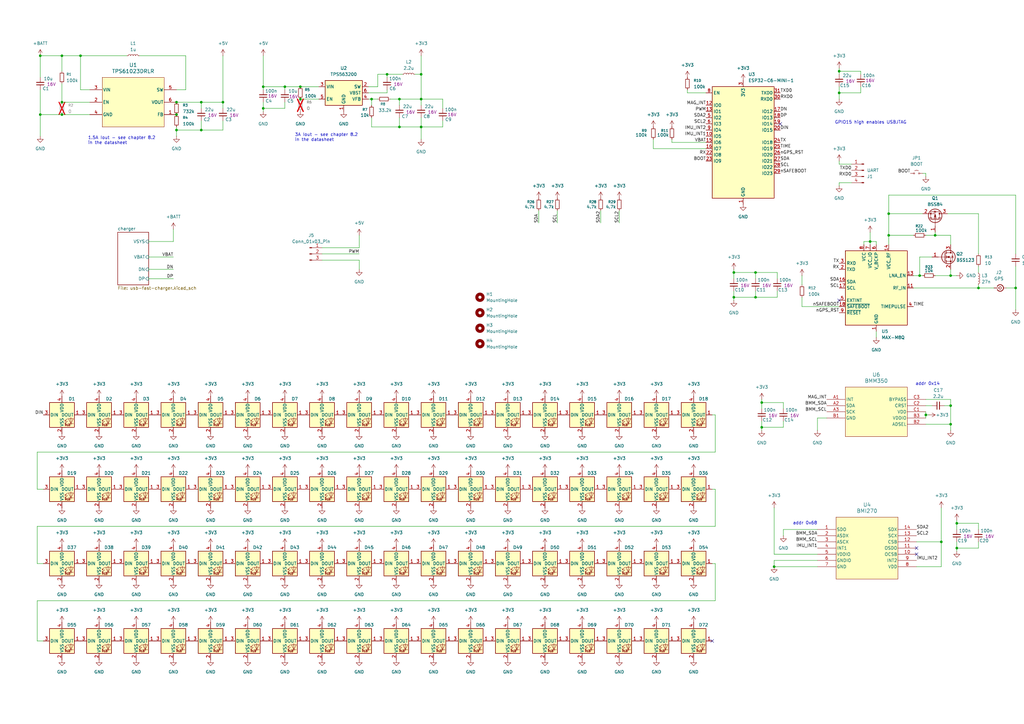
<source format=kicad_sch>
(kicad_sch (version 20250114) (generator "eeschema") (generator_version "9.0")
  (paper "A3")
  (text "addr 0x14" (at 380.492 157.48 0) (effects (font (size 1.27 1.27))))
  (text "GPIO15 high enables USBJTAG" (at 357.124 50.292 0) (effects (font (size 1.27 1.27))))
  (text "3A Iout - see chapter 8.2\nin the datasheet" (at 120.904 56.388 0) (effects (font (size 1.27 1.27)) (justify left)))
  (text "1.5A Iout - see chapter 8.2\nin the datasheet" (at 36.068 57.658 0) (effects (font (size 1.27 1.27)) (justify left)))
  (text "addr 0x68" (at 330.2 214.63 0) (effects (font (size 1.27 1.27))))
  (junction (at 309.88 121.92))
  (junction (at 300.99 111.76))
  (junction (at 158.75 30.48))
  (junction (at 123.19 40.64))
  (junction (at 312.42 175.26))
  (junction (at 377.19 113.03))
  (junction (at 392.43 224.79))
  (junction (at 25.4 46.99))
  (junction (at 25.4 22.86))
  (junction (at 72.39 53.34))
  (junction (at 107.95 44.45))
  (junction (at 163.83 40.64))
  (junction (at 344.17 29.21))
  (junction (at 386.08 222.25))
  (junction (at 300.99 121.92))
  (junction (at 172.72 52.07))
  (junction (at 116.84 35.56))
  (junction (at 416.56 118.11))
  (junction (at 364.49 87.63))
  (junction (at 172.72 40.64))
  (junction (at 82.55 53.34))
  (junction (at 379.73 170.18))
  (junction (at 25.4 41.91))
  (junction (at 389.89 113.03))
  (junction (at 389.89 173.99))
  (junction (at 72.39 41.91))
  (junction (at 107.95 35.56))
  (junction (at 82.55 41.91))
  (junction (at 356.87 99.06))
  (junction (at 163.83 52.07))
  (junction (at 401.32 118.11))
  (junction (at 16.51 46.99))
  (junction (at 33.02 22.86))
  (junction (at 309.88 111.76))
  (junction (at 16.51 22.86))
  (junction (at 72.39 46.99))
  (junction (at 312.42 165.1))
  (junction (at 317.5 232.41))
  (junction (at 91.44 41.91))
  (junction (at 392.43 214.63))
  (junction (at 172.72 30.48))
  (junction (at 383.54 96.52))
  (junction (at 389.89 166.37))
  (junction (at 123.19 35.56))
  (junction (at 344.17 38.1))
  (junction (at 364.49 96.52))
  (junction (at 152.4 40.64))
  (no_connect (at 375.92 224.79))
  (no_connect (at 375.92 227.33))
  (no_connect (at 292.1 262.89))
  (no_connect (at 344.17 123.19))
  (no_connect (at 320.04 50.8))
  (wire (pts (xy 158.75 30.48) (xy 158.75 31.75)))
  (wire (pts (xy 364.49 96.52) (xy 374.65 96.52)))
  (wire (pts (xy 60.96 114.3) (xy 71.12 114.3)))
  (wire (pts (xy 339.09 171.45) (xy 335.28 171.45)))
  (wire (pts (xy 392.43 214.63) (xy 401.32 214.63)))
  (wire (pts (xy 181.61 52.07) (xy 172.72 52.07)))
  (wire (pts (xy 312.42 175.26) (xy 312.42 176.53)))
  (wire (pts (xy 152.4 40.64) (xy 152.4 43.18)))
  (wire (pts (xy 293.37 170.18) (xy 293.37 185.42)))
  (wire (pts (xy 91.44 22.86) (xy 91.44 41.91)))
  (wire (pts (xy 328.93 125.73) (xy 344.17 125.73)))
  (wire (pts (xy 318.77 121.92) (xy 309.88 121.92)))
  (wire (pts (xy 364.49 87.63) (xy 378.46 87.63)))
  (wire (pts (xy 328.93 113.03) (xy 328.93 116.84)))
  (wire (pts (xy 72.39 53.34) (xy 72.39 55.88)))
  (wire (pts (xy 344.17 29.21) (xy 353.06 29.21)))
  (wire (pts (xy 172.72 40.64) (xy 172.72 43.18)))
  (wire (pts (xy 300.99 111.76) (xy 300.99 114.3)))
  (wire (pts (xy 147.32 96.52) (xy 147.32 101.6)))
  (wire (pts (xy 181.61 49.53) (xy 181.61 52.07)))
  (wire (pts (xy 151.13 40.64) (xy 152.4 40.64)))
  (wire (pts (xy 15.24 185.42) (xy 15.24 200.66)))
  (wire (pts (xy 309.88 111.76) (xy 309.88 114.3)))
  (wire (pts (xy 72.39 36.83) (xy 76.2 36.83)))
  (wire (pts (xy 267.97 60.96) (xy 289.56 60.96)))
  (wire (pts (xy 52.07 22.86) (xy 33.02 22.86)))
  (wire (pts (xy 292.1 200.66) (xy 293.37 200.66)))
  (wire (pts (xy 116.84 35.56) (xy 123.19 35.56)))
  (wire (pts (xy 76.2 22.86) (xy 57.15 22.86)))
  (wire (pts (xy 72.39 53.34) (xy 72.39 52.07)))
  (wire (pts (xy 60.96 99.06) (xy 71.12 99.06)))
  (wire (pts (xy 344.17 74.93) (xy 344.17 76.2)))
  (wire (pts (xy 82.55 49.53) (xy 82.55 53.34)))
  (wire (pts (xy 293.37 246.38) (xy 15.24 246.38)))
  (wire (pts (xy 335.28 171.45) (xy 335.28 176.53)))
  (wire (pts (xy 416.56 104.14) (xy 416.56 80.01)))
  (wire (pts (xy 163.83 40.64) (xy 172.72 40.64)))
  (wire (pts (xy 181.61 44.45) (xy 181.61 40.64)))
  (wire (pts (xy 309.88 121.92) (xy 309.88 119.38)))
  (wire (pts (xy 416.56 118.11) (xy 416.56 127)))
  (wire (pts (xy 25.4 46.99) (xy 36.83 46.99)))
  (wire (pts (xy 364.49 87.63) (xy 364.49 96.52)))
  (wire (pts (xy 383.54 113.03) (xy 389.89 113.03)))
  (wire (pts (xy 386.08 208.28) (xy 386.08 222.25)))
  (wire (pts (xy 379.73 173.99) (xy 389.89 173.99)))
  (wire (pts (xy 392.43 224.79) (xy 392.43 226.06)))
  (wire (pts (xy 300.99 119.38) (xy 300.99 121.92)))
  (wire (pts (xy 163.83 40.64) (xy 163.83 43.18)))
  (wire (pts (xy 344.17 29.21) (xy 344.17 30.48)))
  (wire (pts (xy 389.89 96.52) (xy 383.54 96.52)))
  (wire (pts (xy 123.19 35.56) (xy 130.81 35.56)))
  (wire (pts (xy 383.54 95.25) (xy 383.54 96.52)))
  (wire (pts (xy 344.17 67.31) (xy 344.17 66.04)))
  (wire (pts (xy 300.99 111.76) (xy 309.88 111.76)))
  (wire (pts (xy 317.5 232.41) (xy 335.28 232.41)))
  (wire (pts (xy 354.33 99.06) (xy 356.87 99.06)))
  (wire (pts (xy 107.95 45.72) (xy 107.95 44.45)))
  (wire (pts (xy 401.32 87.63) (xy 401.32 104.14)))
  (wire (pts (xy 15.24 215.9) (xy 15.24 231.14)))
  (wire (pts (xy 116.84 41.91) (xy 116.84 44.45)))
  (wire (pts (xy 379.73 166.37) (xy 382.27 166.37)))
  (wire (pts (xy 354.33 99.06) (xy 354.33 100.33)))
  (wire (pts (xy 152.4 52.07) (xy 152.4 48.26)))
  (wire (pts (xy 172.72 30.48) (xy 170.18 30.48)))
  (wire (pts (xy 15.24 262.89) (xy 17.78 262.89)))
  (wire (pts (xy 147.32 106.68) (xy 147.32 110.49)))
  (wire (pts (xy 107.95 44.45) (xy 107.95 41.91)))
  (wire (pts (xy 172.72 22.86) (xy 172.72 30.48)))
  (wire (pts (xy 416.56 109.22) (xy 416.56 118.11)))
  (wire (pts (xy 386.08 232.41) (xy 375.92 232.41)))
  (wire (pts (xy 353.06 29.21) (xy 353.06 30.48)))
  (wire (pts (xy 364.49 80.01) (xy 416.56 80.01)))
  (wire (pts (xy 158.75 30.48) (xy 165.1 30.48)))
  (wire (pts (xy 15.24 246.38) (xy 15.24 262.89)))
  (wire (pts (xy 147.32 101.6) (xy 132.08 101.6)))
  (wire (pts (xy 132.08 106.68) (xy 147.32 106.68)))
  (wire (pts (xy 228.6 86.36) (xy 228.6 91.44)))
  (wire (pts (xy 359.41 99.06) (xy 359.41 100.33)))
  (wire (pts (xy 401.32 109.22) (xy 401.32 111.76)))
  (wire (pts (xy 344.17 38.1) (xy 344.17 40.64)))
  (wire (pts (xy 389.89 163.83) (xy 389.89 166.37)))
  (wire (pts (xy 312.42 163.83) (xy 312.42 165.1)))
  (wire (pts (xy 317.5 229.87) (xy 335.28 229.87)))
  (wire (pts (xy 364.49 96.52) (xy 364.49 100.33)))
  (wire (pts (xy 374.65 113.03) (xy 377.19 113.03)))
  (wire (pts (xy 116.84 36.83) (xy 116.84 35.56)))
  (wire (pts (xy 344.17 74.93) (xy 349.25 74.93)))
  (wire (pts (xy 300.99 110.49) (xy 300.99 111.76)))
  (wire (pts (xy 154.94 30.48) (xy 158.75 30.48)))
  (wire (pts (xy 292.1 231.14) (xy 293.37 231.14)))
  (wire (pts (xy 356.87 99.06) (xy 356.87 100.33)))
  (wire (pts (xy 154.94 35.56) (xy 151.13 35.56)))
  (wire (pts (xy 25.4 41.91) (xy 36.83 41.91)))
  (wire (pts (xy 344.17 27.94) (xy 344.17 29.21)))
  (wire (pts (xy 160.02 40.64) (xy 163.83 40.64)))
  (wire (pts (xy 152.4 52.07) (xy 163.83 52.07)))
  (wire (pts (xy 293.37 200.66) (xy 293.37 215.9)))
  (wire (pts (xy 381 170.18) (xy 379.73 170.18)))
  (wire (pts (xy 374.65 118.11) (xy 401.32 118.11)))
  (wire (pts (xy 76.2 36.83) (xy 76.2 22.86)))
  (wire (pts (xy 379.73 163.83) (xy 389.89 163.83)))
  (wire (pts (xy 33.02 22.86) (xy 33.02 36.83)))
  (wire (pts (xy 172.72 30.48) (xy 172.72 40.64)))
  (wire (pts (xy 344.17 35.56) (xy 344.17 38.1)))
  (wire (pts (xy 389.89 110.49) (xy 389.89 113.03)))
  (wire (pts (xy 328.93 121.92) (xy 328.93 125.73)))
  (wire (pts (xy 16.51 46.99) (xy 25.4 46.99)))
  (wire (pts (xy 312.42 165.1) (xy 312.42 167.64)))
  (wire (pts (xy 317.5 208.28) (xy 317.5 227.33)))
  (wire (pts (xy 378.46 71.12) (xy 379.73 71.12)))
  (wire (pts (xy 389.89 166.37) (xy 389.89 173.99)))
  (wire (pts (xy 321.31 217.17) (xy 321.31 219.71)))
  (wire (pts (xy 356.87 99.06) (xy 359.41 99.06)))
  (wire (pts (xy 246.38 86.36) (xy 246.38 91.44)))
  (wire (pts (xy 321.31 217.17) (xy 335.28 217.17)))
  (wire (pts (xy 379.73 171.45) (xy 379.73 170.18)))
  (wire (pts (xy 317.5 227.33) (xy 335.28 227.33)))
  (wire (pts (xy 392.43 214.63) (xy 392.43 217.17)))
  (wire (pts (xy 16.51 46.99) (xy 16.51 55.88)))
  (wire (pts (xy 275.59 58.42) (xy 275.59 57.15)))
  (wire (pts (xy 359.41 135.89) (xy 359.41 138.43)))
  (wire (pts (xy 392.43 224.79) (xy 401.32 224.79)))
  (wire (pts (xy 401.32 87.63) (xy 388.62 87.63)))
  (wire (pts (xy 321.31 165.1) (xy 321.31 167.64)))
  (wire (pts (xy 154.94 35.56) (xy 154.94 30.48)))
  (wire (pts (xy 25.4 22.86) (xy 25.4 29.21)))
  (wire (pts (xy 312.42 175.26) (xy 321.31 175.26)))
  (wire (pts (xy 293.37 185.42) (xy 15.24 185.42)))
  (wire (pts (xy 151.13 38.1) (xy 158.75 38.1)))
  (wire (pts (xy 16.51 36.83) (xy 16.51 46.99)))
  (wire (pts (xy 389.89 113.03) (xy 392.43 113.03)))
  (wire (pts (xy 377.19 105.41) (xy 377.19 113.03)))
  (wire (pts (xy 16.51 22.86) (xy 16.51 31.75)))
  (wire (pts (xy 300.99 121.92) (xy 300.99 123.19)))
  (wire (pts (xy 107.95 22.86) (xy 107.95 35.56)))
  (wire (pts (xy 220.98 91.44) (xy 220.98 86.36)))
  (wire (pts (xy 91.44 53.34) (xy 82.55 53.34)))
  (wire (pts (xy 401.32 214.63) (xy 401.32 217.17)))
  (wire (pts (xy 389.89 176.53) (xy 389.89 173.99)))
  (wire (pts (xy 60.96 105.41) (xy 71.12 105.41)))
  (wire (pts (xy 281.94 38.1) (xy 281.94 36.83)))
  (wire (pts (xy 15.24 231.14) (xy 17.78 231.14)))
  (wire (pts (xy 163.83 52.07) (xy 172.72 52.07)))
  (wire (pts (xy 401.32 118.11) (xy 407.67 118.11)))
  (wire (pts (xy 300.99 121.92) (xy 309.88 121.92)))
  (wire (pts (xy 387.35 166.37) (xy 389.89 166.37)))
  (wire (pts (xy 15.24 200.66) (xy 17.78 200.66)))
  (wire (pts (xy 401.32 224.79) (xy 401.32 222.25)))
  (wire (pts (xy 172.72 52.07) (xy 172.72 57.15)))
  (wire (pts (xy 382.27 105.41) (xy 377.19 105.41)))
  (wire (pts (xy 107.95 36.83) (xy 107.95 35.56)))
  (wire (pts (xy 293.37 231.14) (xy 293.37 246.38)))
  (wire (pts (xy 267.97 60.96) (xy 267.97 57.15)))
  (wire (pts (xy 386.08 222.25) (xy 375.92 222.25)))
  (wire (pts (xy 412.75 118.11) (xy 416.56 118.11)))
  (wire (pts (xy 123.19 40.64) (xy 130.81 40.64)))
  (wire (pts (xy 292.1 170.18) (xy 293.37 170.18)))
  (wire (pts (xy 293.37 215.9) (xy 15.24 215.9)))
  (wire (pts (xy 71.12 99.06) (xy 71.12 93.98)))
  (wire (pts (xy 25.4 22.86) (xy 16.51 22.86)))
  (wire (pts (xy 377.19 113.03) (xy 378.46 113.03)))
  (wire (pts (xy 379.73 71.12) (xy 379.73 72.39)))
  (wire (pts (xy 318.77 114.3) (xy 318.77 111.76)))
  (wire (pts (xy 33.02 22.86) (xy 25.4 22.86)))
  (wire (pts (xy 383.54 96.52) (xy 379.73 96.52)))
  (wire (pts (xy 82.55 41.91) (xy 82.55 44.45)))
  (wire (pts (xy 389.89 96.52) (xy 389.89 100.33)))
  (wire (pts (xy 312.42 165.1) (xy 321.31 165.1)))
  (wire (pts (xy 152.4 40.64) (xy 154.94 40.64)))
  (wire (pts (xy 312.42 172.72) (xy 312.42 175.26)))
  (wire (pts (xy 386.08 222.25) (xy 386.08 232.41)))
  (wire (pts (xy 107.95 44.45) (xy 116.84 44.45)))
  (wire (pts (xy 321.31 175.26) (xy 321.31 172.72)))
  (wire (pts (xy 132.08 104.14) (xy 147.32 104.14)))
  (wire (pts (xy 82.55 53.34) (xy 72.39 53.34)))
  (wire (pts (xy 163.83 48.26) (xy 163.83 52.07)))
  (wire (pts (xy 82.55 41.91) (xy 91.44 41.91)))
  (wire (pts (xy 379.73 170.18) (xy 379.73 168.91)))
  (wire (pts (xy 91.44 49.53) (xy 91.44 53.34)))
  (wire (pts (xy 356.87 95.25) (xy 356.87 99.06)))
  (wire (pts (xy 318.77 111.76) (xy 309.88 111.76)))
  (wire (pts (xy 317.5 229.87) (xy 317.5 232.41)))
  (wire (pts (xy 181.61 40.64) (xy 172.72 40.64)))
  (wire (pts (xy 353.06 35.56) (xy 353.06 38.1)))
  (wire (pts (xy 107.95 35.56) (xy 116.84 35.56)))
  (wire (pts (xy 318.77 119.38) (xy 318.77 121.92)))
  (wire (pts (xy 72.39 41.91) (xy 82.55 41.91)))
  (wire (pts (xy 254 86.36) (xy 254 91.44)))
  (wire (pts (xy 60.96 110.49) (xy 71.12 110.49)))
  (wire (pts (xy 25.4 41.91) (xy 25.4 34.29)))
  (wire (pts (xy 289.56 38.1) (xy 281.94 38.1)))
  (wire (pts (xy 364.49 80.01) (xy 364.49 87.63)))
  (wire (pts (xy 344.17 67.31) (xy 349.25 67.31)))
  (wire (pts (xy 392.43 213.36) (xy 392.43 214.63)))
  (wire (pts (xy 392.43 222.25) (xy 392.43 224.79)))
  (wire (pts (xy 91.44 41.91) (xy 91.44 44.45)))
  (wire (pts (xy 289.56 58.42) (xy 275.59 58.42)))
  (wire (pts (xy 33.02 36.83) (xy 36.83 36.83)))
  (wire (pts (xy 353.06 38.1) (xy 344.17 38.1)))
  (wire (pts (xy 401.32 116.84) (xy 401.32 118.11)))
  (wire (pts (xy 172.72 48.26) (xy 172.72 52.07)))
  (wire (pts (xy 158.75 36.83) (xy 158.75 38.1)))
  (label "RXD0" (at 349.25 72.39 180))
  (label "SDA" (at 344.17 115.57 180))
  (label "IMU_INT2" (at 289.56 53.34 180))
  (label "BMM_SDA" (at 339.09 166.37 180))
  (label "DP" (at 320.04 48.26 0))
  (label "PWM" (at 289.56 45.72 180))
  (label "SCL2" (at 254 91.44 90))
  (label "TX" (at 344.17 107.95 180))
  (label "nGPS_RST" (at 320.04 63.5 0))
  (label "nSAFEBOOT" (at 320.04 71.12 0))
  (label "DIN" (at 320.04 53.34 0))
  (label "TIME" (at 320.04 60.96 0))
  (label "IMU_INT2" (at 375.92 229.87 0))
  (label "SCL" (at 320.04 68.58 0))
  (label "BOOT" (at 373.38 71.12 180))
  (label "VBAT" (at 71.12 105.41 180))
  (label "BOOT" (at 289.56 66.04 180))
  (label "IMU_INT1" (at 289.56 55.88 180))
  (label "SCL2" (at 375.92 219.71 0))
  (label "SDA2" (at 289.56 48.26 180))
  (label "SDA" (at 320.04 66.04 0))
  (label "BMM_SCL" (at 335.28 222.25 180))
  (label "SDA2" (at 375.92 217.17 0))
  (label "SCL2" (at 289.56 50.8 180))
  (label "IMU_INT1" (at 335.28 224.79 180))
  (label "DN" (at 71.12 110.49 180))
  (label "SDA" (at 220.98 91.44 90))
  (label "BMM_SCL" (at 339.09 168.91 180))
  (label "SCL" (at 228.6 91.44 90))
  (label "DP" (at 71.12 114.3 180))
  (label "TXD0" (at 320.04 38.1 0))
  (label "nGPS_RST" (at 344.17 128.27 180))
  (label "VBAT" (at 289.56 58.42 180))
  (label "DN" (at 320.04 45.72 0))
  (label "SDA2" (at 246.38 91.44 90))
  (label "MAG_INT" (at 339.09 163.83 180))
  (label "BMM_SDA" (at 335.28 219.71 180))
  (label "TIME" (at 374.65 125.73 0))
  (label "RXD0" (at 320.04 40.64 0))
  (label "nSAFEBOOT" (at 344.17 125.73 180))
  (label "TXD0" (at 349.25 69.85 180))
  (label "DIN" (at 17.78 170.18 180))
  (label "SCL" (at 344.17 118.11 180))
  (label "TX" (at 320.04 58.42 0))
  (label "PWM" (at 147.32 104.14 180))
  (label "RX" (at 344.17 110.49 180))
  (label "MAG_INT" (at 289.56 43.18 180))
  (label "RX" (at 289.56 63.5 180))
  (symbol (lib_id "Device:C_Small") (at 158.75 34.29 180) (unit 1)
    (property "Reference" "C6" (at 161.036 36.322 0))
    (property "Value" "100n" (at 162.052 32.258 0))
    (property "Footprint" "Capacitor_SMD:C_0402_1005Metric" (effects (hide yes)))
    (property "Description" "Unpolarized capacitor, small symbol" (effects (hide yes)))
    (property "Rating" "16V" (at 163.322 34.544 0))
  )
  (symbol (lib_id "power:GND") (at 86.36 238.76 0) (unit 1)
    (property "Reference" "#PWR042" (effects (hide yes)))
    (property "Value" "GND" (at 86.36 243.84 0))
    (property "Description" "Power symbol creates a global label with name \"GND\" , ground" (effects (hide yes)))
  )
  (symbol (lib_id "LED:WS2812B-2020") (at 269.24 231.14 0) (unit 1)
    (property "Reference" "D53" (at 273.304 224.536 0))
    (property "Value" "WS2812B-2020" (effects (hide yes)))
    (property "Footprint" "LED_SMD:LED_WS2812B-2020_PLCC4_2.0x2.0mm" (effects (hide yes)))
    (property "Datasheet" "https://cdn-shop.adafruit.com/product-files/4684/4684_WS2812B-2020_V1.3_EN.pdf" (effects (hide yes)))
    (property "Description" "RGB LED with integrated controller, 2.0 x 2.0 mm, 12 mA" (effects (hide yes)))
  )
  (symbol (lib_id "power:+3V3") (at 147.32 193.04 0) (unit 1)
    (property "Reference" "#PWR076" (effects (hide yes)))
    (property "Value" "+3V3" (at 147.32 187.96 0))
    (property "Description" "Power symbol creates a global label with name \"+3V3\"" (effects (hide yes)))
  )
  (symbol (lib_id "Device:R_Small") (at 123.19 43.18 0) (unit 1) (dnp yes)
    (property "Reference" "R6" (at 125.73 41.9099 0) (effects (font (size 1.016 1.016)) (justify left)))
    (property "Value" "0" (at 125.73 44.4499 0) (effects (justify left)))
    (property "Footprint" "Resistor_SMD:R_0402_1005Metric" (effects (hide yes)))
    (property "Description" "Resistor, small symbol" (effects (hide yes)))
  )
  (symbol (lib_id "power:+5V") (at 91.44 22.86 0) (unit 1)
    (property "Reference" "#PWR045" (effects (hide yes)))
    (property "Value" "+5V" (at 91.44 17.78 0))
    (property "Description" "Power symbol creates a global label with name \"+5V\"" (effects (hide yes)))
  )
  (symbol (lib_id "Device:C_Small") (at 384.81 166.37 90) (unit 1)
    (property "Reference" "C17" (at 384.8163 160.02 90))
    (property "Value" "2.2u" (at 384.8163 162.56 90))
    (property "Footprint" "Capacitor_SMD:C_0402_1005Metric" (effects (hide yes)))
    (property "Description" "Unpolarized capacitor, small symbol" (effects (hide yes)))
  )
  (symbol (lib_id "Jumper:Jumper_2_Small_Open") (at 375.92 71.12 0) (unit 1)
    (property "Reference" "JP1" (at 375.92 64.77 0))
    (property "Value" "BOOT" (at 375.92 67.31 0))
    (property "Footprint" "TestPoint:TestPoint_2Pads_Pitch2.54mm_Drill0.8mm" (effects (hide yes)))
    (property "Description" "Jumper, 2-pole, small symbol, open" (effects (hide yes)))
  )
  (symbol (lib_id "power:+3V3") (at 162.56 223.52 0) (unit 1)
    (property "Reference" "#PWR086" (effects (hide yes)))
    (property "Value" "+3V3" (at 162.56 218.44 0))
    (property "Description" "Power symbol creates a global label with name \"+3V3\"" (effects (hide yes)))
  )
  (symbol (lib_id "power:+3V3") (at 193.04 162.56 0) (unit 1)
    (property "Reference" "#PWR0100" (effects (hide yes)))
    (property "Value" "+3V3" (at 193.04 157.48 0))
    (property "Description" "Power symbol creates a global label with name \"+3V3\"" (effects (hide yes)))
  )
  (symbol (lib_id "power:GND") (at 269.24 270.51 0) (unit 1)
    (property "Reference" "#PWR0147" (effects (hide yes)))
    (property "Value" "GND" (at 269.24 275.59 0))
    (property "Description" "Power symbol creates a global label with name \"GND\" , ground" (effects (hide yes)))
  )
  (symbol (lib_id "Device:R_Small") (at 123.19 38.1 0) (unit 1)
    (property "Reference" "R5" (at 124.968 36.83 0) (effects (font (size 1.016 1.016)) (justify left)))
    (property "Value" "100k" (at 124.968 39.37 0) (effects (justify left)))
    (property "Footprint" "Resistor_SMD:R_0402_1005Metric" (effects (hide yes)))
    (property "Description" "Resistor, small symbol" (effects (hide yes)))
  )
  (symbol (lib_id "power:+3V3") (at 55.88 255.27 0) (unit 1)
    (property "Reference" "#PWR025" (effects (hide yes)))
    (property "Value" "+3V3" (at 55.88 250.19 0))
    (property "Description" "Power symbol creates a global label with name \"+3V3\"" (effects (hide yes)))
  )
  (symbol (lib_id "power:GND") (at 147.32 208.28 0) (unit 1)
    (property "Reference" "#PWR077" (effects (hide yes)))
    (property "Value" "GND" (at 147.32 213.36 0))
    (property "Description" "Power symbol creates a global label with name \"GND\" , ground" (effects (hide yes)))
  )
  (symbol (lib_id "power:GND") (at 101.6 270.51 0) (unit 1)
    (property "Reference" "#PWR053" (effects (hide yes)))
    (property "Value" "GND" (at 101.6 275.59 0))
    (property "Description" "Power symbol creates a global label with name \"GND\" , ground" (effects (hide yes)))
  )
  (symbol (lib_id "LED:WS2812B-2020") (at 147.32 262.89 0) (unit 1)
    (property "Reference" "D63" (at 151.384 256.286 0))
    (property "Value" "WS2812B-2020" (effects (hide yes)))
    (property "Footprint" "LED_SMD:LED_WS2812B-2020_PLCC4_2.0x2.0mm" (effects (hide yes)))
    (property "Datasheet" "https://cdn-shop.adafruit.com/product-files/4684/4684_WS2812B-2020_V1.3_EN.pdf" (effects (hide yes)))
    (property "Description" "RGB LED with integrated controller, 2.0 x 2.0 mm, 12 mA" (effects (hide yes)))
  )
  (symbol (lib_id "Connector:Conn_Coaxial_Small") (at 410.21 118.11 0) (unit 1)
    (property "Reference" "J2" (at 409.6904 111.76 0))
    (property "Value" "GPS" (at 409.6904 114.3 0))
    (property "Footprint" "Connector_Coaxial:U.FL_Molex_MCRF_73412-0110_Vertical" (effects (hide yes)))
    (property "Description" "small coaxial connector (BNC, SMA, SMB, SMC, Cinch/RCA, LEMO, ...)" (effects (hide yes)))
    (property "LCSC Part #" "C22418213" (effects (hide yes)))
  )
  (symbol (lib_id "Device:C_Small") (at 321.31 170.18 180) (unit 1)
    (property "Reference" "C14" (at 323.596 172.212 0))
    (property "Value" "100n" (at 324.612 168.148 0))
    (property "Footprint" "Capacitor_SMD:C_0402_1005Metric" (effects (hide yes)))
    (property "Description" "Unpolarized capacitor, small symbol" (effects (hide yes)))
    (property "Rating" "16V" (at 325.882 170.434 0))
  )
  (symbol (lib_id "power:GND") (at 162.56 270.51 0) (unit 1)
    (property "Reference" "#PWR089" (effects (hide yes)))
    (property "Value" "GND" (at 162.56 275.59 0))
    (property "Description" "Power symbol creates a global label with name \"GND\" , ground" (effects (hide yes)))
  )
  (symbol (lib_id "power:+3V3") (at 328.93 113.03 0) (unit 1)
    (property "Reference" "#PWR0168" (effects (hide yes)))
    (property "Value" "+3V3" (at 328.93 107.95 0))
    (property "Description" "Power symbol creates a global label with name \"+3V3\"" (effects (hide yes)))
  )
  (symbol (lib_id "power:GND") (at 177.8 270.51 0) (unit 1)
    (property "Reference" "#PWR099" (effects (hide yes)))
    (property "Value" "GND" (at 177.8 275.59 0))
    (property "Description" "Power symbol creates a global label with name \"GND\" , ground" (effects (hide yes)))
  )
  (symbol (lib_id "LED:WS2812B-2020") (at 284.48 262.89 0) (unit 1)
    (property "Reference" "D72" (at 288.544 256.286 0))
    (property "Value" "WS2812B-2020" (effects (hide yes)))
    (property "Footprint" "LED_SMD:LED_WS2812B-2020_PLCC4_2.0x2.0mm" (effects (hide yes)))
    (property "Datasheet" "https://cdn-shop.adafruit.com/product-files/4684/4684_WS2812B-2020_V1.3_EN.pdf" (effects (hide yes)))
    (property "Description" "RGB LED with integrated controller, 2.0 x 2.0 mm, 12 mA" (effects (hide yes)))
  )
  (symbol (lib_id "LED:WS2812B-2020") (at 40.64 262.89 0) (unit 1)
    (property "Reference" "D56" (at 44.704 256.286 0))
    (property "Value" "WS2812B-2020" (effects (hide yes)))
    (property "Footprint" "LED_SMD:LED_WS2812B-2020_PLCC4_2.0x2.0mm" (effects (hide yes)))
    (property "Datasheet" "https://cdn-shop.adafruit.com/product-files/4684/4684_WS2812B-2020_V1.3_EN.pdf" (effects (hide yes)))
    (property "Description" "RGB LED with integrated controller, 2.0 x 2.0 mm, 12 mA" (effects (hide yes)))
  )
  (symbol (lib_id "LED:WS2812B-2020") (at 254 170.18 0) (unit 1)
    (property "Reference" "D16" (at 258.064 163.576 0))
    (property "Value" "WS2812B-2020" (effects (hide yes)))
    (property "Footprint" "LED_SMD:LED_WS2812B-2020_PLCC4_2.0x2.0mm" (effects (hide yes)))
    (property "Datasheet" "https://cdn-shop.adafruit.com/product-files/4684/4684_WS2812B-2020_V1.3_EN.pdf" (effects (hide yes)))
    (property "Description" "RGB LED with integrated controller, 2.0 x 2.0 mm, 12 mA" (effects (hide yes)))
  )
  (symbol (lib_id "LED:WS2812B-2020") (at 223.52 170.18 0) (unit 1)
    (property "Reference" "D14" (at 227.584 163.576 0))
    (property "Value" "WS2812B-2020" (effects (hide yes)))
    (property "Footprint" "LED_SMD:LED_WS2812B-2020_PLCC4_2.0x2.0mm" (effects (hide yes)))
    (property "Datasheet" "https://cdn-shop.adafruit.com/product-files/4684/4684_WS2812B-2020_V1.3_EN.pdf" (effects (hide yes)))
    (property "Description" "RGB LED with integrated controller, 2.0 x 2.0 mm, 12 mA" (effects (hide yes)))
  )
  (symbol (lib_id "power:+3V3") (at 269.24 223.52 0) (unit 1)
    (property "Reference" "#PWR0144" (effects (hide yes)))
    (property "Value" "+3V3" (at 269.24 218.44 0))
    (property "Description" "Power symbol creates a global label with name \"+3V3\"" (effects (hide yes)))
  )
  (symbol (lib_id "power:GND") (at 254 238.76 0) (unit 1)
    (property "Reference" "#PWR0137" (effects (hide yes)))
    (property "Value" "GND" (at 254 243.84 0))
    (property "Description" "Power symbol creates a global label with name \"GND\" , ground" (effects (hide yes)))
  )
  (symbol (lib_id "LED:WS2812B-2020") (at 116.84 200.66 0) (unit 1)
    (property "Reference" "D25" (at 120.904 194.056 0))
    (property "Value" "WS2812B-2020" (effects (hide yes)))
    (property "Footprint" "LED_SMD:LED_WS2812B-2020_PLCC4_2.0x2.0mm" (effects (hide yes)))
    (property "Datasheet" "https://cdn-shop.adafruit.com/product-files/4684/4684_WS2812B-2020_V1.3_EN.pdf" (effects (hide yes)))
    (property "Description" "RGB LED with integrated controller, 2.0 x 2.0 mm, 12 mA" (effects (hide yes)))
  )
  (symbol (lib_id "power:+3V3") (at 254 223.52 0) (unit 1)
    (property "Reference" "#PWR0136" (effects (hide yes)))
    (property "Value" "+3V3" (at 254 218.44 0))
    (property "Description" "Power symbol creates a global label with name \"+3V3\"" (effects (hide yes)))
  )
  (symbol (lib_id "Device:C_Small") (at 318.77 116.84 180) (unit 1)
    (property "Reference" "C13" (at 321.056 118.872 0))
    (property "Value" "100n" (at 322.072 114.808 0))
    (property "Footprint" "Capacitor_SMD:C_0402_1005Metric" (effects (hide yes)))
    (property "Description" "Unpolarized capacitor, small symbol" (effects (hide yes)))
    (property "Rating" "16V" (at 323.342 117.094 0))
  )
  (symbol (lib_id "power:GND") (at 208.28 270.51 0) (unit 1)
    (property "Reference" "#PWR0115" (effects (hide yes)))
    (property "Value" "GND" (at 208.28 275.59 0))
    (property "Description" "Power symbol creates a global label with name \"GND\" , ground" (effects (hide yes)))
  )
  (symbol (lib_id "power:GND") (at 101.6 208.28 0) (unit 1)
    (property "Reference" "#PWR049" (effects (hide yes)))
    (property "Value" "GND" (at 101.6 213.36 0))
    (property "Description" "Power symbol creates a global label with name \"GND\" , ground" (effects (hide yes)))
  )
  (symbol (lib_id "LED:WS2812B-2020") (at 208.28 200.66 0) (unit 1)
    (property "Reference" "D31" (at 212.344 194.056 0))
    (property "Value" "WS2812B-2020" (effects (hide yes)))
    (property "Footprint" "LED_SMD:LED_WS2812B-2020_PLCC4_2.0x2.0mm" (effects (hide yes)))
    (property "Datasheet" "https://cdn-shop.adafruit.com/product-files/4684/4684_WS2812B-2020_V1.3_EN.pdf" (effects (hide yes)))
    (property "Description" "RGB LED with integrated controller, 2.0 x 2.0 mm, 12 mA" (effects (hide yes)))
  )
  (symbol (lib_id "power:+3V3") (at 254 162.56 0) (unit 1)
    (property "Reference" "#PWR0132" (effects (hide yes)))
    (property "Value" "+3V3" (at 254 157.48 0))
    (property "Description" "Power symbol creates a global label with name \"+3V3\"" (effects (hide yes)))
  )
  (symbol (lib_id "power:GND") (at 147.32 110.49 0) (unit 1)
    (property "Reference" "#PWR0206" (effects (hide yes)))
    (property "Value" "GND" (at 147.32 115.57 0))
    (property "Description" "Power symbol creates a global label with name \"GND\" , ground" (effects (hide yes)))
  )
  (symbol (lib_id "power:+3V3") (at 55.88 193.04 0) (unit 1)
    (property "Reference" "#PWR021" (effects (hide yes)))
    (property "Value" "+3V3" (at 55.88 187.96 0))
    (property "Description" "Power symbol creates a global label with name \"+3V3\"" (effects (hide yes)))
  )
  (symbol (lib_id "LED:WS2812B-2020") (at 55.88 262.89 0) (unit 1)
    (property "Reference" "D57" (at 59.944 256.286 0))
    (property "Value" "WS2812B-2020" (effects (hide yes)))
    (property "Footprint" "LED_SMD:LED_WS2812B-2020_PLCC4_2.0x2.0mm" (effects (hide yes)))
    (property "Datasheet" "https://cdn-shop.adafruit.com/product-files/4684/4684_WS2812B-2020_V1.3_EN.pdf" (effects (hide yes)))
    (property "Description" "RGB LED with integrated controller, 2.0 x 2.0 mm, 12 mA" (effects (hide yes)))
  )
  (symbol (lib_id "LED:WS2812B-2020") (at 116.84 170.18 0) (unit 1)
    (property "Reference" "D7" (at 120.904 163.576 0))
    (property "Value" "WS2812B-2020" (effects (hide yes)))
    (property "Footprint" "LED_SMD:LED_WS2812B-2020_PLCC4_2.0x2.0mm" (effects (hide yes)))
    (property "Datasheet" "https://cdn-shop.adafruit.com/product-files/4684/4684_WS2812B-2020_V1.3_EN.pdf" (effects (hide yes)))
    (property "Description" "RGB LED with integrated controller, 2.0 x 2.0 mm, 12 mA" (effects (hide yes)))
  )
  (symbol (lib_id "power:GND") (at 284.48 208.28 0) (unit 1)
    (property "Reference" "#PWR0154" (effects (hide yes)))
    (property "Value" "GND" (at 284.48 213.36 0))
    (property "Description" "Power symbol creates a global label with name \"GND\" , ground" (effects (hide yes)))
  )
  (symbol (lib_id "power:GND") (at 208.28 208.28 0) (unit 1)
    (property "Reference" "#PWR0111" (effects (hide yes)))
    (property "Value" "GND" (at 208.28 213.36 0))
    (property "Description" "Power symbol creates a global label with name \"GND\" , ground" (effects (hide yes)))
  )
  (symbol (lib_id "Device:L_Small") (at 401.32 114.3 0) (unit 1)
    (property "Reference" "L3" (at 402.59 113.0299 0) (effects (justify left)))
    (property "Value" "27n" (at 402.59 115.5699 0) (effects (justify left)))
    (property "Footprint" "Inductor_SMD:L_0402_1005Metric_Pad0.77x0.64mm_HandSolder" (effects (hide yes)))
    (property "Description" "Inductor, small symbol" (effects (hide yes)))
    (property "Part" "LQG15HS27NJ02" (effects (hide yes)))
  )
  (symbol (lib_id "power:GND") (at 86.36 208.28 0) (unit 1)
    (property "Reference" "#PWR040" (effects (hide yes)))
    (property "Value" "GND" (at 86.36 213.36 0))
    (property "Description" "Power symbol creates a global label with name \"GND\" , ground" (effects (hide yes)))
  )
  (symbol (lib_id "power:+3V3") (at 147.32 223.52 0) (unit 1)
    (property "Reference" "#PWR078" (effects (hide yes)))
    (property "Value" "+3V3" (at 147.32 218.44 0))
    (property "Description" "Power symbol creates a global label with name \"+3V3\"" (effects (hide yes)))
  )
  (symbol (lib_id "power:GND") (at 101.6 177.8 0) (unit 1)
    (property "Reference" "#PWR047" (effects (hide yes)))
    (property "Value" "GND" (at 101.6 182.88 0))
    (property "Description" "Power symbol creates a global label with name \"GND\" , ground" (effects (hide yes)))
  )
  (symbol (lib_id "power:+5V") (at 147.32 96.52 0) (unit 1)
    (property "Reference" "#PWR0207" (effects (hide yes)))
    (property "Value" "+5V" (at 147.32 91.44 0))
    (property "Description" "Power symbol creates a global label with name \"+5V\"" (effects (hide yes)))
  )
  (symbol (lib_id "power:+3V3") (at 162.56 162.56 0) (unit 1)
    (property "Reference" "#PWR082" (effects (hide yes)))
    (property "Value" "+3V3" (at 162.56 157.48 0))
    (property "Description" "Power symbol creates a global label with name \"+3V3\"" (effects (hide yes)))
  )
  (symbol (lib_id "power:GND") (at 392.43 113.03 90) (unit 1)
    (property "Reference" "#PWR0205" (effects (hide yes)))
    (property "Value" "GND" (at 396.24 113.0299 90) (effects (justify right)))
    (property "Description" "Power symbol creates a global label with name \"GND\" , ground" (effects (hide yes)))
  )
  (symbol (lib_id "power:+3V3") (at 300.99 110.49 0) (unit 1)
    (property "Reference" "#PWR0159" (effects (hide yes)))
    (property "Value" "+3V3" (at 300.99 105.41 0))
    (property "Description" "Power symbol creates a global label with name \"+3V3\"" (effects (hide yes)))
  )
  (symbol (lib_id "Device:C_Small") (at 91.44 46.99 180) (unit 1)
    (property "Reference" "C3" (at 93.726 49.022 0))
    (property "Value" "22u" (at 94.742 44.958 0))
    (property "Footprint" "Capacitor_SMD:C_0603_1608Metric" (effects (hide yes)))
    (property "Description" "Unpolarized capacitor, small symbol" (effects (hide yes)))
    (property "Rating" "16V" (at 96.012 47.244 0))
  )
  (symbol (lib_id "power:GND") (at 72.39 55.88 0) (unit 1)
    (property "Reference" "#PWR036" (effects (hide yes)))
    (property "Value" "GND" (at 72.39 60.96 0))
    (property "Description" "Power symbol creates a global label with name \"GND\" , ground" (effects (hide yes)))
  )
  (symbol (lib_id "Connector:Conn_01x03_Pin") (at 127 104.14 0) (unit 1)
    (property "Reference" "J5" (at 127.635 96.52 0))
    (property "Value" "Conn_01x03_Pin" (at 127.635 99.06 0))
    (property "Footprint" "Connector_PinHeader_1.27mm:PinHeader_1x03_P1.27mm_Horizontal" (effects (hide yes)))
    (property "Description" "Generic connector, single row, 01x03, script generated" (effects (hide yes)))
  )
  (symbol (lib_id "LED:WS2812B-2020") (at 162.56 231.14 0) (unit 1)
    (property "Reference" "D46" (at 166.624 224.536 0))
    (property "Value" "WS2812B-2020" (effects (hide yes)))
    (property "Footprint" "LED_SMD:LED_WS2812B-2020_PLCC4_2.0x2.0mm" (effects (hide yes)))
    (property "Datasheet" "https://cdn-shop.adafruit.com/product-files/4684/4684_WS2812B-2020_V1.3_EN.pdf" (effects (hide yes)))
    (property "Description" "RGB LED with integrated controller, 2.0 x 2.0 mm, 12 mA" (effects (hide yes)))
  )
  (symbol (lib_id "Device:C_Small") (at 401.32 219.71 180) (unit 1)
    (property "Reference" "C20" (at 403.606 221.742 0))
    (property "Value" "100n" (at 404.622 217.678 0))
    (property "Footprint" "Capacitor_SMD:C_0402_1005Metric" (effects (hide yes)))
    (property "Description" "Unpolarized capacitor, small symbol" (effects (hide yes)))
    (property "Rating" "16V" (at 405.892 219.964 0))
  )
  (symbol (lib_id "power:+3V3") (at 223.52 193.04 0) (unit 1)
    (property "Reference" "#PWR0118" (effects (hide yes)))
    (property "Value" "+3V3" (at 223.52 187.96 0))
    (property "Description" "Power symbol creates a global label with name \"+3V3\"" (effects (hide yes)))
  )
  (symbol (lib_id "power:+3V3") (at 223.52 223.52 0) (unit 1)
    (property "Reference" "#PWR0120" (effects (hide yes)))
    (property "Value" "+3V3" (at 223.52 218.44 0))
    (property "Description" "Power symbol creates a global label with name \"+3V3\"" (effects (hide yes)))
  )
  (symbol (lib_id "power:+3V3") (at 392.43 213.36 0) (unit 1)
    (property "Reference" "#PWR0180" (effects (hide yes)))
    (property "Value" "+3V3" (at 392.43 208.28 0))
    (property "Description" "Power symbol creates a global label with name \"+3V3\"" (effects (hide yes)))
  )
  (symbol (lib_id "power:+5V") (at 172.72 22.86 0) (unit 1)
    (property "Reference" "#PWR090" (effects (hide yes)))
    (property "Value" "+3V3" (at 172.72 17.78 0))
    (property "Description" "Power symbol creates a global label with name \"+5V\"" (effects (hide yes)))
  )
  (symbol (lib_id "LED:WS2812B-2020") (at 238.76 170.18 0) (unit 1)
    (property "Reference" "D15" (at 242.824 163.576 0))
    (property "Value" "WS2812B-2020" (effects (hide yes)))
    (property "Footprint" "LED_SMD:LED_WS2812B-2020_PLCC4_2.0x2.0mm" (effects (hide yes)))
    (property "Datasheet" "https://cdn-shop.adafruit.com/product-files/4684/4684_WS2812B-2020_V1.3_EN.pdf" (effects (hide yes)))
    (property "Description" "RGB LED with integrated controller, 2.0 x 2.0 mm, 12 mA" (effects (hide yes)))
  )
  (symbol (lib_id "power:+3V3") (at 71.12 162.56 0) (unit 1)
    (property "Reference" "#PWR028" (effects (hide yes)))
    (property "Value" "+3V3" (at 71.12 157.48 0))
    (property "Description" "Power symbol creates a global label with name \"+3V3\"" (effects (hide yes)))
  )
  (symbol (lib_id "power:GND") (at 86.36 270.51 0) (unit 1)
    (property "Reference" "#PWR044" (effects (hide yes)))
    (property "Value" "GND" (at 86.36 275.59 0))
    (property "Description" "Power symbol creates a global label with name \"GND\" , ground" (effects (hide yes)))
  )
  (symbol (lib_id "power:+3V3") (at 116.84 223.52 0) (unit 1)
    (property "Reference" "#PWR060" (effects (hide yes)))
    (property "Value" "+3V3" (at 116.84 218.44 0))
    (property "Description" "Power symbol creates a global label with name \"+3V3\"" (effects (hide yes)))
  )
  (symbol (lib_id "power:+3V3") (at 101.6 193.04 0) (unit 1)
    (property "Reference" "#PWR048" (effects (hide yes)))
    (property "Value" "+3V3" (at 101.6 187.96 0))
    (property "Description" "Power symbol creates a global label with name \"+3V3\"" (effects (hide yes)))
  )
  (symbol (lib_id "power:+3V3") (at 267.97 52.07 0) (unit 1)
    (property "Reference" "#PWR0148" (effects (hide yes)))
    (property "Value" "+3V3" (at 267.97 46.99 0))
    (property "Description" "Power symbol creates a global label with name \"+3V3\"" (effects (hide yes)))
  )
  (symbol (lib_id "LED:WS2812B-2020") (at 86.36 231.14 0) (unit 1)
    (property "Reference" "D41" (at 90.424 224.536 0))
    (property "Value" "WS2812B-2020" (effects (hide yes)))
    (property "Footprint" "LED_SMD:LED_WS2812B-2020_PLCC4_2.0x2.0mm" (effects (hide yes)))
    (property "Datasheet" "https://cdn-shop.adafruit.com/product-files/4684/4684_WS2812B-2020_V1.3_EN.pdf" (effects (hide yes)))
    (property "Description" "RGB LED with integrated controller, 2.0 x 2.0 mm, 12 mA" (effects (hide yes)))
  )
  (symbol (lib_id "power:+3V3") (at 25.4 255.27 0) (unit 1)
    (property "Reference" "#PWR09" (effects (hide yes)))
    (property "Value" "+3V3" (at 25.4 250.19 0))
    (property "Description" "Power symbol creates a global label with name \"+3V3\"" (effects (hide yes)))
  )
  (symbol (lib_id "power:+3V3") (at 193.04 193.04 0) (unit 1)
    (property "Reference" "#PWR0102" (effects (hide yes)))
    (property "Value" "+3V3" (at 193.04 187.96 0))
    (property "Description" "Power symbol creates a global label with name \"+3V3\"" (effects (hide yes)))
  )
  (symbol (lib_id "LED:WS2812B-2020") (at 71.12 170.18 0) (unit 1)
    (property "Reference" "D4" (at 75.184 163.576 0))
    (property "Value" "WS2812B-2020" (effects (hide yes)))
    (property "Footprint" "LED_SMD:LED_WS2812B-2020_PLCC4_2.0x2.0mm" (effects (hide yes)))
    (property "Datasheet" "https://cdn-shop.adafruit.com/product-files/4684/4684_WS2812B-2020_V1.3_EN.pdf" (effects (hide yes)))
    (property "Description" "RGB LED with integrated controller, 2.0 x 2.0 mm, 12 mA" (effects (hide yes)))
  )
  (symbol (lib_id "LED:WS2812B-2020") (at 71.12 231.14 0) (unit 1)
    (property "Reference" "D40" (at 75.184 224.536 0))
    (property "Value" "WS2812B-2020" (effects (hide yes)))
    (property "Footprint" "LED_SMD:LED_WS2812B-2020_PLCC4_2.0x2.0mm" (effects (hide yes)))
    (property "Datasheet" "https://cdn-shop.adafruit.com/product-files/4684/4684_WS2812B-2020_V1.3_EN.pdf" (effects (hide yes)))
    (property "Description" "RGB LED with integrated controller, 2.0 x 2.0 mm, 12 mA" (effects (hide yes)))
  )
  (symbol (lib_id "power:+3V3") (at 162.56 193.04 0) (unit 1)
    (property "Reference" "#PWR084" (effects (hide yes)))
    (property "Value" "+3V3" (at 162.56 187.96 0))
    (property "Description" "Power symbol creates a global label with name \"+3V3\"" (effects (hide yes)))
  )
  (symbol (lib_id "Device:R_Small") (at 72.39 44.45 0) (unit 1)
    (property "Reference" "R3" (at 74.93 43.1799 0) (effects (font (size 1.016 1.016)) (justify left)))
    (property "Value" "732k" (at 74.93 45.7199 0) (effects (justify left)))
    (property "Footprint" "Resistor_SMD:R_0402_1005Metric" (effects (hide yes)))
    (property "Description" "Resistor, small symbol" (effects (hide yes)))
  )
  (symbol (lib_id "power:+3V3") (at 71.12 223.52 0) (unit 1)
    (property "Reference" "#PWR032" (effects (hide yes)))
    (property "Value" "+3V3" (at 71.12 218.44 0))
    (property "Description" "Power symbol creates a global label with name \"+3V3\"" (effects (hide yes)))
  )
  (symbol (lib_id "power:GND") (at 335.28 176.53 0) (unit 1)
    (property "Reference" "#PWR0169" (effects (hide yes)))
    (property "Value" "GND" (at 335.28 181.61 0))
    (property "Description" "Power symbol creates a global label with name \"GND\" , ground" (effects (hide yes)))
  )
  (symbol (lib_id "power:+3V3") (at 25.4 223.52 0) (unit 1)
    (property "Reference" "#PWR07" (effects (hide yes)))
    (property "Value" "+3V3" (at 25.4 218.44 0))
    (property "Description" "Power symbol creates a global label with name \"+3V3\"" (effects (hide yes)))
  )
  (symbol (lib_id "power:GND") (at 269.24 177.8 0) (unit 1)
    (property "Reference" "#PWR0141" (effects (hide yes)))
    (property "Value" "GND" (at 269.24 182.88 0))
    (property "Description" "Power symbol creates a global label with name \"GND\" , ground" (effects (hide yes)))
  )
  (symbol (lib_id "power:GND") (at 147.32 270.51 0) (unit 1)
    (property "Reference" "#PWR081" (effects (hide yes)))
    (property "Value" "GND" (at 147.32 275.59 0))
    (property "Description" "Power symbol creates a global label with name \"GND\" , ground" (effects (hide yes)))
  )
  (symbol (lib_id "power:GND") (at 71.12 270.51 0) (unit 1)
    (property "Reference" "#PWR035" (effects (hide yes)))
    (property "Value" "GND" (at 71.12 275.59 0))
    (property "Description" "Power symbol creates a global label with name \"GND\" , ground" (effects (hide yes)))
  )
  (symbol (lib_id "power:+3V3") (at 55.88 162.56 0) (unit 1)
    (property "Reference" "#PWR019" (effects (hide yes)))
    (property "Value" "+3V3" (at 55.88 157.48 0))
    (property "Description" "Power symbol creates a global label with name \"+3V3\"" (effects (hide yes)))
  )
  (symbol (lib_id "power:GND") (at 55.88 177.8 0) (unit 1)
    (property "Reference" "#PWR020" (effects (hide yes)))
    (property "Value" "GND" (at 55.88 182.88 0))
    (property "Description" "Power symbol creates a global label with name \"GND\" , ground" (effects (hide yes)))
  )
  (symbol (lib_id "power:GND") (at 116.84 270.51 0) (unit 1)
    (property "Reference" "#PWR063" (effects (hide yes)))
    (property "Value" "GND" (at 116.84 275.59 0))
    (property "Description" "Power symbol creates a global label with name \"GND\" , ground" (effects (hide yes)))
  )
  (symbol (lib_id "power:+3V3") (at 238.76 193.04 0) (unit 1)
    (property "Reference" "#PWR0126" (effects (hide yes)))
    (property "Value" "+3V3" (at 238.76 187.96 0))
    (property "Description" "Power symbol creates a global label with name \"+3V3\"" (effects (hide yes)))
  )
  (symbol (lib_id "power:+3V3") (at 281.94 31.75 0) (unit 1)
    (property "Reference" "#PWR0149" (effects (hide yes)))
    (property "Value" "+3V3" (at 281.94 26.67 0))
    (property "Description" "Power symbol creates a global label with name \"+3V3\"" (effects (hide yes)))
  )
  (symbol (lib_id "power:+3V3") (at 177.8 193.04 0) (unit 1)
    (property "Reference" "#PWR094" (effects (hide yes)))
    (property "Value" "+3V3" (at 177.8 187.96 0))
    (property "Description" "Power symbol creates a global label with name \"+3V3\"" (effects (hide yes)))
  )
  (symbol (lib_id "power:+3V3") (at 284.48 162.56 0) (unit 1)
    (property "Reference" "#PWR0151" (effects (hide yes)))
    (property "Value" "+3V3" (at 284.48 157.48 0))
    (property "Description" "Power symbol creates a global label with name \"+3V3\"" (effects (hide yes)))
  )
  (symbol (lib_id "LED:WS2812B-2020") (at 284.48 170.18 0) (unit 1)
    (property "Reference" "D18" (at 288.544 163.576 0))
    (property "Value" "WS2812B-2020" (effects (hide yes)))
    (property "Footprint" "LED_SMD:LED_WS2812B-2020_PLCC4_2.0x2.0mm" (effects (hide yes)))
    (property "Datasheet" "https://cdn-shop.adafruit.com/product-files/4684/4684_WS2812B-2020_V1.3_EN.pdf" (effects (hide yes)))
    (property "Description" "RGB LED with integrated controller, 2.0 x 2.0 mm, 12 mA" (effects (hide yes)))
  )
  (symbol (lib_id "Regulator_Switching:TPS563200") (at 140.97 38.1 0) (unit 1)
    (property "Reference" "U2" (at 140.97 27.94 0))
    (property "Value" "TPS563200" (at 140.97 30.48 0))
    (property "Footprint" "Package_TO_SOT_SMD:SOT-23-6" (effects (hide yes)))
    (property "Datasheet" "http://www.ti.com/lit/ds/symlink/tps563200.pdf" (effects (hide yes)))
    (property "Description" "3A Synchronous Step-Down Voltage Regulator, Adjustable Output Voltage, 4.5-17V Input Voltage, SOT-23-6" (effects (hide yes)))
    (property "Part" "SPM6530T-2R2M" (effects (hide yes)))
    (property "LCSC Part #" "C97253" (effects (hide yes)))
  )
  (symbol (lib_id "power:GND") (at 321.31 219.71 0) (unit 1)
    (property "Reference" "#PWR0167" (effects (hide yes)))
    (property "Value" "GND" (at 321.31 224.79 0))
    (property "Description" "Power symbol creates a global label with name \"GND\" , ground" (effects (hide yes)))
  )
  (symbol (lib_id "LED:WS2812B-2020") (at 177.8 231.14 0) (unit 1)
    (property "Reference" "D47" (at 181.864 224.536 0))
    (property "Value" "WS2812B-2020" (effects (hide yes)))
    (property "Footprint" "LED_SMD:LED_WS2812B-2020_PLCC4_2.0x2.0mm" (effects (hide yes)))
    (property "Datasheet" "https://cdn-shop.adafruit.com/product-files/4684/4684_WS2812B-2020_V1.3_EN.pdf" (effects (hide yes)))
    (property "Description" "RGB LED with integrated controller, 2.0 x 2.0 mm, 12 mA" (effects (hide yes)))
  )
  (symbol (lib_id "LED:WS2812B-2020") (at 269.24 200.66 0) (unit 1)
    (property "Reference" "D35" (at 273.304 194.056 0))
    (property "Value" "WS2812B-2020" (effects (hide yes)))
    (property "Footprint" "LED_SMD:LED_WS2812B-2020_PLCC4_2.0x2.0mm" (effects (hide yes)))
    (property "Datasheet" "https://cdn-shop.adafruit.com/product-files/4684/4684_WS2812B-2020_V1.3_EN.pdf" (effects (hide yes)))
    (property "Description" "RGB LED with integrated controller, 2.0 x 2.0 mm, 12 mA" (effects (hide yes)))
  )
  (symbol (lib_id "LED:WS2812B-2020") (at 132.08 170.18 0) (unit 1)
    (property "Reference" "D8" (at 136.144 163.576 0))
    (property "Value" "WS2812B-2020" (effects (hide yes)))
    (property "Footprint" "LED_SMD:LED_WS2812B-2020_PLCC4_2.0x2.0mm" (effects (hide yes)))
    (property "Datasheet" "https://cdn-shop.adafruit.com/product-files/4684/4684_WS2812B-2020_V1.3_EN.pdf" (effects (hide yes)))
    (property "Description" "RGB LED with integrated controller, 2.0 x 2.0 mm, 12 mA" (effects (hide yes)))
  )
  (symbol (lib_id "Device:R_Small") (at 228.6 83.82 0) (unit 1)
    (property "Reference" "R27" (at 224.028 82.804 0) (effects (font (size 1.016 1.016)) (justify left)))
    (property "Value" "4.7k" (at 223.012 84.836 0) (effects (justify left)))
    (property "Footprint" "Resistor_SMD:R_0402_1005Metric" (effects (hide yes)))
    (property "Description" "Resistor, small symbol" (effects (hide yes)))
  )
  (symbol (lib_id "power:GND") (at 147.32 238.76 0) (unit 1)
    (property "Reference" "#PWR079" (effects (hide yes)))
    (property "Value" "GND" (at 147.32 243.84 0))
    (property "Description" "Power symbol creates a global label with name \"GND\" , ground" (effects (hide yes)))
  )
  (symbol (lib_id "power:+3V3") (at 254 255.27 0) (unit 1)
    (property "Reference" "#PWR0138" (effects (hide yes)))
    (property "Value" "+3V3" (at 254 250.19 0))
    (property "Description" "Power symbol creates a global label with name \"+3V3\"" (effects (hide yes)))
  )
  (symbol (lib_id "LED:WS2812B-2020") (at 223.52 262.89 0) (unit 1)
    (property "Reference" "D68" (at 227.584 256.286 0))
    (property "Value" "WS2812B-2020" (effects (hide yes)))
    (property "Footprint" "LED_SMD:LED_WS2812B-2020_PLCC4_2.0x2.0mm" (effects (hide yes)))
    (property "Datasheet" "https://cdn-shop.adafruit.com/product-files/4684/4684_WS2812B-2020_V1.3_EN.pdf" (effects (hide yes)))
    (property "Description" "RGB LED with integrated controller, 2.0 x 2.0 mm, 12 mA" (effects (hide yes)))
  )
  (symbol (lib_id "power:+3V3") (at 223.52 162.56 0) (unit 1)
    (property "Reference" "#PWR0116" (effects (hide yes)))
    (property "Value" "+3V3" (at 223.52 157.48 0))
    (property "Description" "Power symbol creates a global label with name \"+3V3\"" (effects (hide yes)))
  )
  (symbol (lib_id "power:+3V3") (at 147.32 255.27 0) (unit 1)
    (property "Reference" "#PWR080" (effects (hide yes)))
    (property "Value" "+3V3" (at 147.32 250.19 0))
    (property "Description" "Power symbol creates a global label with name \"+3V3\"" (effects (hide yes)))
  )
  (symbol (lib_id "Device:C_Small") (at 181.61 46.99 180) (unit 1)
    (property "Reference" "C9" (at 183.896 49.022 0))
    (property "Value" "100n" (at 184.912 44.958 0))
    (property "Footprint" "Capacitor_SMD:C_0402_1005Metric" (effects (hide yes)))
    (property "Description" "Unpolarized capacitor, small symbol" (effects (hide yes)))
    (property "Rating" "16V" (at 185.42 46.99 0))
  )
  (symbol (lib_id "power:+3V3") (at 208.28 193.04 0) (unit 1)
    (property "Reference" "#PWR0110" (effects (hide yes)))
    (property "Value" "+3V3" (at 208.28 187.96 0))
    (property "Description" "Power symbol creates a global label with name \"+3V3\"" (effects (hide yes)))
  )
  (symbol (lib_id "power:GND") (at 416.56 127 0) (unit 1)
    (property "Reference" "#PWR0182" (effects (hide yes)))
    (property "Value" "GND" (at 416.56 132.08 0))
    (property "Description" "Power symbol creates a global label with name \"GND\" , ground" (effects (hide yes)))
  )
  (symbol (lib_id "power:GND") (at 71.12 208.28 0) (unit 1)
    (property "Reference" "#PWR031" (effects (hide yes)))
    (property "Value" "GND" (at 71.12 213.36 0))
    (property "Description" "Power symbol creates a global label with name \"GND\" , ground" (effects (hide yes)))
  )
  (symbol (lib_id "power:+3V3") (at 193.04 223.52 0) (unit 1)
    (property "Reference" "#PWR0104" (effects (hide yes)))
    (property "Value" "+3V3" (at 193.04 218.44 0))
    (property "Description" "Power symbol creates a global label with name \"+3V3\"" (effects (hide yes)))
  )
  (symbol (lib_id "power:+3V3") (at 40.64 255.27 0) (unit 1)
    (property "Reference" "#PWR017" (effects (hide yes)))
    (property "Value" "+3V3" (at 40.64 250.19 0))
    (property "Description" "Power symbol creates a global label with name \"+3V3\"" (effects (hide yes)))
  )
  (symbol (lib_id "power:+3V3") (at 132.08 162.56 0) (unit 1)
    (property "Reference" "#PWR065" (effects (hide yes)))
    (property "Value" "+3V3" (at 132.08 157.48 0))
    (property "Description" "Power symbol creates a global label with name \"+3V3\"" (effects (hide yes)))
  )
  (symbol (lib_id "LED:WS2812B-2020") (at 254 200.66 0) (unit 1)
    (property "Reference" "D34" (at 258.064 194.056 0))
    (property "Value" "WS2812B-2020" (effects (hide yes)))
    (property "Footprint" "LED_SMD:LED_WS2812B-2020_PLCC4_2.0x2.0mm" (effects (hide yes)))
    (property "Datasheet" "https://cdn-shop.adafruit.com/product-files/4684/4684_WS2812B-2020_V1.3_EN.pdf" (effects (hide yes)))
    (property "Description" "RGB LED with integrated controller, 2.0 x 2.0 mm, 12 mA" (effects (hide yes)))
  )
  (symbol (lib_id "power:+3V3") (at 284.48 255.27 0) (unit 1)
    (property "Reference" "#PWR0157" (effects (hide yes)))
    (property "Value" "+3V3" (at 284.48 250.19 0))
    (property "Description" "Power symbol creates a global label with name \"+3V3\"" (effects (hide yes)))
  )
  (symbol (lib_id "LED:WS2812B-2020") (at 132.08 200.66 0) (unit 1)
    (property "Reference" "D26" (at 136.144 194.056 0))
    (property "Value" "WS2812B-2020" (effects (hide yes)))
    (property "Footprint" "LED_SMD:LED_WS2812B-2020_PLCC4_2.0x2.0mm" (effects (hide yes)))
    (property "Datasheet" "https://cdn-shop.adafruit.com/product-files/4684/4684_WS2812B-2020_V1.3_EN.pdf" (effects (hide yes)))
    (property "Description" "RGB LED with integrated controller, 2.0 x 2.0 mm, 12 mA" (effects (hide yes)))
  )
  (symbol (lib_id "Device:C_Small") (at 82.55 46.99 180) (unit 1)
    (property "Reference" "C2" (at 84.836 49.022 0))
    (property "Value" "22u" (at 85.852 44.958 0))
    (property "Footprint" "Capacitor_SMD:C_0603_1608Metric" (effects (hide yes)))
    (property "Description" "Unpolarized capacitor, small symbol" (effects (hide yes)))
    (property "Rating" "16V" (at 87.122 47.244 0))
  )
  (symbol (lib_id "power:+3V3") (at 101.6 255.27 0) (unit 1)
    (property "Reference" "#PWR052" (effects (hide yes)))
    (property "Value" "+3V3" (at 101.6 250.19 0))
    (property "Description" "Power symbol creates a global label with name \"+3V3\"" (effects (hide yes)))
  )
  (symbol (lib_id "power:GND") (at 162.56 238.76 0) (unit 1)
    (property "Reference" "#PWR087" (effects (hide yes)))
    (property "Value" "GND" (at 162.56 243.84 0))
    (property "Description" "Power symbol creates a global label with name \"GND\" , ground" (effects (hide yes)))
  )
  (symbol (lib_id "power:+3V3") (at 269.24 255.27 0) (unit 1)
    (property "Reference" "#PWR0146" (effects (hide yes)))
    (property "Value" "+3V3" (at 269.24 250.19 0))
    (property "Description" "Power symbol creates a global label with name \"+3V3\"" (effects (hide yes)))
  )
  (symbol (lib_id "power:GND") (at 71.12 177.8 0) (unit 1)
    (property "Reference" "#PWR029" (effects (hide yes)))
    (property "Value" "GND" (at 71.12 182.88 0))
    (property "Description" "Power symbol creates a global label with name \"GND\" , ground" (effects (hide yes)))
  )
  (symbol (lib_id "LED:WS2812B-2020") (at 223.52 231.14 0) (unit 1)
    (property "Reference" "D50" (at 227.584 224.536 0))
    (property "Value" "WS2812B-2020" (effects (hide yes)))
    (property "Footprint" "LED_SMD:LED_WS2812B-2020_PLCC4_2.0x2.0mm" (effects (hide yes)))
    (property "Datasheet" "https://cdn-shop.adafruit.com/product-files/4684/4684_WS2812B-2020_V1.3_EN.pdf" (effects (hide yes)))
    (property "Description" "RGB LED with integrated controller, 2.0 x 2.0 mm, 12 mA" (effects (hide yes)))
  )
  (symbol (lib_id "LED:WS2812B-2020") (at 86.36 262.89 0) (unit 1)
    (property "Reference" "D59" (at 90.424 256.286 0))
    (property "Value" "WS2812B-2020" (effects (hide yes)))
    (property "Footprint" "LED_SMD:LED_WS2812B-2020_PLCC4_2.0x2.0mm" (effects (hide yes)))
    (property "Datasheet" "https://cdn-shop.adafruit.com/product-files/4684/4684_WS2812B-2020_V1.3_EN.pdf" (effects (hide yes)))
    (property "Description" "RGB LED with integrated controller, 2.0 x 2.0 mm, 12 mA" (effects (hide yes)))
  )
  (symbol (lib_id "power:GND") (at 123.19 45.72 0) (unit 1)
    (property "Reference" "#PWR064" (effects (hide yes)))
    (property "Value" "GND" (at 123.19 50.8 0))
    (property "Description" "Power symbol creates a global label with name \"GND\" , ground" (effects (hide yes)))
  )
  (symbol (lib_id "power:+3V3") (at 25.4 193.04 0) (unit 1)
    (property "Reference" "#PWR05" (effects (hide yes)))
    (property "Value" "+3V3" (at 25.4 187.96 0))
    (property "Description" "Power symbol creates a global label with name \"+3V3\"" (effects (hide yes)))
  )
  (symbol (lib_id "Device:C_Small") (at 416.56 106.68 180) (unit 1)
    (property "Reference" "C18" (at 419.1 105.4035 0) (effects (justify right)))
    (property "Value" "1n" (at 419.1 107.9435 0) (effects (justify right)))
    (property "Footprint" "Capacitor_SMD:C_0402_1005Metric" (effects (hide yes)))
    (property "Description" "Unpolarized capacitor, small symbol" (effects (hide yes)))
  )
  (symbol (lib_id "LED:WS2812B-2020") (at 101.6 262.89 0) (unit 1)
    (property "Reference" "D60" (at 105.664 256.286 0))
    (property "Value" "WS2812B-2020" (effects (hide yes)))
    (property "Footprint" "LED_SMD:LED_WS2812B-2020_PLCC4_2.0x2.0mm" (effects (hide yes)))
    (property "Datasheet" "https://cdn-shop.adafruit.com/product-files/4684/4684_WS2812B-2020_V1.3_EN.pdf" (effects (hide yes)))
    (property "Description" "RGB LED with integrated controller, 2.0 x 2.0 mm, 12 mA" (effects (hide yes)))
  )
  (symbol (lib_id "power:+3V3") (at 254 81.28 0) (unit 1)
    (property "Reference" "#PWR0216" (effects (hide yes)))
    (property "Value" "+3V3" (at 254 76.2 0))
    (property "Description" "Power symbol creates a global label with name \"+3V3\"" (effects (hide yes)))
  )
  (symbol (lib_id "power:+3V3") (at 304.8 33.02 0) (unit 1)
    (property "Reference" "#PWR0161" (effects (hide yes)))
    (property "Value" "+3V3" (at 304.8 27.94 0))
    (property "Description" "Power symbol creates a global label with name \"+3V3\"" (effects (hide yes)))
  )
  (symbol (lib_id "power:+3V3") (at 238.76 162.56 0) (unit 1)
    (property "Reference" "#PWR0124" (effects (hide yes)))
    (property "Value" "+3V3" (at 238.76 157.48 0))
    (property "Description" "Power symbol creates a global label with name \"+3V3\"" (effects (hide yes)))
  )
  (symbol (lib_id "power:GND") (at 25.4 270.51 0) (unit 1)
    (property "Reference" "#PWR010" (effects (hide yes)))
    (property "Value" "GND" (at 25.4 275.59 0))
    (property "Description" "Power symbol creates a global label with name \"GND\" , ground" (effects (hide yes)))
  )
  (symbol (lib_id "Device:R_Small") (at 328.93 119.38 0) (unit 1)
    (property "Reference" "R12" (at 331.47 118.1099 0) (effects (font (size 1.016 1.016)) (justify left)))
    (property "Value" "100k" (at 331.47 120.6499 0) (effects (justify left)))
    (property "Footprint" "Resistor_SMD:R_0402_1005Metric" (effects (hide yes)))
    (property "Description" "Resistor, small symbol" (effects (hide yes)))
  )
  (symbol (lib_id "power:+3V3") (at 116.84 255.27 0) (unit 1)
    (property "Reference" "#PWR062" (effects (hide yes)))
    (property "Value" "+3V3" (at 116.84 250.19 0))
    (property "Description" "Power symbol creates a global label with name \"+3V3\"" (effects (hide yes)))
  )
  (symbol (lib_id "power:GND") (at 238.76 208.28 0) (unit 1)
    (property "Reference" "#PWR0127" (effects (hide yes)))
    (property "Value" "GND" (at 238.76 213.36 0))
    (property "Description" "Power symbol creates a global label with name \"GND\" , ground" (effects (hide yes)))
  )
  (symbol (lib_id "power:+3V3") (at 162.56 255.27 0) (unit 1)
    (property "Reference" "#PWR088" (effects (hide yes)))
    (property "Value" "+3V3" (at 162.56 250.19 0))
    (property "Description" "Power symbol creates a global label with name \"+3V3\"" (effects (hide yes)))
  )
  (symbol (lib_id "power:GND") (at 25.4 177.8 0) (unit 1)
    (property "Reference" "#PWR04" (effects (hide yes)))
    (property "Value" "GND" (at 25.4 182.88 0))
    (property "Description" "Power symbol creates a global label with name \"GND\" , ground" (effects (hide yes)))
  )
  (symbol (lib_id "Device:R_Small") (at 152.4 45.72 0) (unit 1)
    (property "Reference" "R7" (at 148.59 44.958 0) (effects (font (size 1.016 1.016)) (justify left)))
    (property "Value" "10k" (at 147.828 47.244 0) (effects (justify left)))
    (property "Footprint" "Resistor_SMD:R_0402_1005Metric" (effects (hide yes)))
    (property "Description" "Resistor, small symbol" (effects (hide yes)))
  )
  (symbol (lib_id "Mechanical:MountingHole") (at 196.85 128.27 0) (unit 1) (in_bom no)
    (property "Reference" "H2" (at 199.39 126.9999 0) (effects (justify left)))
    (property "Value" "MountingHole" (at 199.39 129.5399 0) (effects (justify left)))
    (property "Footprint" "MountingHole:MountingHole_3.2mm_M3" (effects (hide yes)))
    (property "Description" "Mounting Hole without connection" (effects (hide yes)))
  )
  (symbol (lib_id "power:+3V3") (at 71.12 193.04 0) (unit 1)
    (property "Reference" "#PWR030" (effects (hide yes)))
    (property "Value" "+3V3" (at 71.12 187.96 0))
    (property "Description" "Power symbol creates a global label with name \"+3V3\"" (effects (hide yes)))
  )
  (symbol (lib_id "power:GND") (at 162.56 208.28 0) (unit 1)
    (property "Reference" "#PWR085" (effects (hide yes)))
    (property "Value" "GND" (at 162.56 213.36 0))
    (property "Description" "Power symbol creates a global label with name \"GND\" , ground" (effects (hide yes)))
  )
  (symbol (lib_id "power:GND") (at 269.24 208.28 0) (unit 1)
    (property "Reference" "#PWR0143" (effects (hide yes)))
    (property "Value" "GND" (at 269.24 213.36 0))
    (property "Description" "Power symbol creates a global label with name \"GND\" , ground" (effects (hide yes)))
  )
  (symbol (lib_id "RF_GPS:MAX-M8Q") (at 359.41 118.11 0) (unit 1)
    (property "Reference" "U5" (at 361.5533 135.89 0) (effects (justify left)))
    (property "Value" "MAX-M8Q" (at 361.5533 138.43 0) (effects (justify left)))
    (property "Footprint" "RF_GPS:ublox_MAX" (effects (hide yes)))
    (property "Datasheet" "https://www.u-blox.com/sites/default/files/MAX-M8-FW3_DataSheet_%28UBX-15031506%29.pdf" (effects (hide yes)))
    (property "Description" "GNSS Module MAX M8, VCC 2.7V to 3.6V" (effects (hide yes)))
    (property "LCSC Part #" "C6898733" (effects (hide yes)))
  )
  (symbol (lib_id "power:GND") (at 101.6 238.76 0) (unit 1)
    (property "Reference" "#PWR051" (effects (hide yes)))
    (property "Value" "GND" (at 101.6 243.84 0))
    (property "Description" "Power symbol creates a global label with name \"GND\" , ground" (effects (hide yes)))
  )
  (symbol (lib_id "Device:R_Small") (at 25.4 31.75 0) (unit 1)
    (property "Reference" "R1" (at 27.178 30.48 0) (effects (font (size 1.016 1.016)) (justify left)))
    (property "Value" "100k" (at 27.178 33.02 0) (effects (justify left)))
    (property "Footprint" "Resistor_SMD:R_0402_1005Metric" (effects (hide yes)))
    (property "Description" "Resistor, small symbol" (effects (hide yes)))
  )
  (symbol (lib_id "LED:WS2812B-2020") (at 284.48 231.14 0) (unit 1)
    (property "Reference" "D54" (at 288.544 224.536 0))
    (property "Value" "WS2812B-2020" (effects (hide yes)))
    (property "Footprint" "LED_SMD:LED_WS2812B-2020_PLCC4_2.0x2.0mm" (effects (hide yes)))
    (property "Datasheet" "https://cdn-shop.adafruit.com/product-files/4684/4684_WS2812B-2020_V1.3_EN.pdf" (effects (hide yes)))
    (property "Description" "RGB LED with integrated controller, 2.0 x 2.0 mm, 12 mA" (effects (hide yes)))
  )
  (symbol (lib_id "power:GND") (at 40.64 270.51 0) (unit 1)
    (property "Reference" "#PWR018" (effects (hide yes)))
    (property "Value" "GND" (at 40.64 275.59 0))
    (property "Description" "Power symbol creates a global label with name \"GND\" , ground" (effects (hide yes)))
  )
  (symbol (lib_id "Device:R_Small") (at 401.32 106.68 0) (unit 1)
    (property "Reference" "R13" (at 403.86 105.4099 0) (effects (font (size 1.016 1.016)) (justify left)))
    (property "Value" "10" (at 403.86 107.9499 0) (effects (justify left)))
    (property "Footprint" "Resistor_SMD:R_0402_1005Metric" (effects (hide yes)))
    (property "Description" "Resistor, small symbol" (effects (hide yes)))
  )
  (symbol (lib_id "kicad-symbols:TPS61023DRLR") (at 54.61 41.91 0) (unit 1)
    (property "Reference" "U1" (at 54.61 26.67 0) (effects (font (size 1.524 1.524))))
    (property "Value" "TPS61023DRLR" (at 54.61 29.21 0) (effects (font (size 1.524 1.524))))
    (property "Footprint" "Package_TO_SOT_SMD:SOT-563" (effects (hide yes)))
    (property "Datasheet" "https://www.ti.com/lit/gpn/tps61023" (effects (hide yes)))
    (property "LCSC Part #" "C919459" (effects (hide yes)))
  )
  (symbol (lib_id "Device:C_Small") (at 116.84 39.37 180) (unit 1)
    (property "Reference" "C5" (at 119.126 41.402 0))
    (property "Value" "10u" (at 120.142 37.338 0))
    (property "Footprint" "Capacitor_SMD:C_0603_1608Metric" (effects (hide yes)))
    (property "Description" "Unpolarized capacitor, small symbol" (effects (hide yes)))
    (property "Rating" "16V" (at 120.396 39.624 0))
  )
  (symbol (lib_id "power:GND") (at 55.88 208.28 0) (unit 1)
    (property "Reference" "#PWR022" (effects (hide yes)))
    (property "Value" "GND" (at 55.88 213.36 0))
    (property "Description" "Power symbol creates a global label with name \"GND\" , ground" (effects (hide yes)))
  )
  (symbol (lib_id "Device:R_Small") (at 254 83.82 0) (unit 1)
    (property "Reference" "R29" (at 249.428 82.804 0) (effects (font (size 1.016 1.016)) (justify left)))
    (property "Value" "4.7k" (at 248.412 84.836 0) (effects (justify left)))
    (property "Footprint" "Resistor_SMD:R_0402_1005Metric" (effects (hide yes)))
    (property "Description" "Resistor, small symbol" (effects (hide yes)))
  )
  (symbol (lib_id "LED:WS2812B-2020") (at 193.04 170.18 0) (unit 1)
    (property "Reference" "D12" (at 197.104 163.576 0))
    (property "Value" "WS2812B-2020" (effects (hide yes)))
    (property "Footprint" "LED_SMD:LED_WS2812B-2020_PLCC4_2.0x2.0mm" (effects (hide yes)))
    (property "Datasheet" "https://cdn-shop.adafruit.com/product-files/4684/4684_WS2812B-2020_V1.3_EN.pdf" (effects (hide yes)))
    (property "Description" "RGB LED with integrated controller, 2.0 x 2.0 mm, 12 mA" (effects (hide yes)))
  )
  (symbol (lib_id "Device:R_Small") (at 377.19 96.52 90) (unit 1)
    (property "Reference" "R22" (at 375.412 92.71 90) (effects (font (size 1.016 1.016)) (justify right)))
    (property "Value" "100k" (at 375.412 94.488 90) (effects (justify right)))
    (property "Footprint" "Resistor_SMD:R_0402_1005Metric" (effects (hide yes)))
    (property "Description" "Resistor, small symbol" (effects (hide yes)))
  )
  (symbol (lib_id "LED:WS2812B-2020") (at 71.12 262.89 0) (unit 1)
    (property "Reference" "D58" (at 75.184 256.286 0))
    (property "Value" "WS2812B-2020" (effects (hide yes)))
    (property "Footprint" "LED_SMD:LED_WS2812B-2020_PLCC4_2.0x2.0mm" (effects (hide yes)))
    (property "Datasheet" "https://cdn-shop.adafruit.com/product-files/4684/4684_WS2812B-2020_V1.3_EN.pdf" (effects (hide yes)))
    (property "Description" "RGB LED with integrated controller, 2.0 x 2.0 mm, 12 mA" (effects (hide yes)))
  )
  (symbol (lib_id "Device:C_Small") (at 172.72 45.72 180) (unit 1)
    (property "Reference" "C8" (at 175.006 47.752 0))
    (property "Value" "22u" (at 176.022 43.688 0))
    (property "Footprint" "Capacitor_SMD:C_0603_1608Metric" (effects (hide yes)))
    (property "Description" "Unpolarized capacitor, small symbol" (effects (hide yes)))
    (property "Rating" "16V" (at 177.292 45.974 0))
  )
  (symbol (lib_id "power:+3V3") (at 101.6 223.52 0) (unit 1)
    (property "Reference" "#PWR050" (effects (hide yes)))
    (property "Value" "+3V3" (at 101.6 218.44 0))
    (property "Description" "Power symbol creates a global label with name \"+3V3\"" (effects (hide yes)))
  )
  (symbol (lib_id "power:GND") (at 71.12 238.76 0) (unit 1)
    (property "Reference" "#PWR033" (effects (hide yes)))
    (property "Value" "GND" (at 71.12 243.84 0))
    (property "Description" "Power symbol creates a global label with name \"GND\" , ground" (effects (hide yes)))
  )
  (symbol (lib_id "Mechanical:MountingHole") (at 196.85 121.92 0) (unit 1) (in_bom no)
    (property "Reference" "H1" (at 199.39 120.6499 0) (effects (justify left)))
    (property "Value" "MountingHole" (at 199.39 123.1899 0) (effects (justify left)))
    (property "Footprint" "MountingHole:MountingHole_3.2mm_M3" (effects (hide yes)))
    (property "Description" "Mounting Hole without connection" (effects (hide yes)))
  )
  (symbol (lib_id "power:GND") (at 223.52 270.51 0) (unit 1)
    (property "Reference" "#PWR0123" (effects (hide yes)))
    (property "Value" "GND" (at 223.52 275.59 0))
    (property "Description" "Power symbol creates a global label with name \"GND\" , ground" (effects (hide yes)))
  )
  (symbol (lib_id "LED:WS2812B-2020") (at 147.32 200.66 0) (unit 1)
    (property "Reference" "D27" (at 151.384 194.056 0))
    (property "Value" "WS2812B-2020" (effects (hide yes)))
    (property "Footprint" "LED_SMD:LED_WS2812B-2020_PLCC4_2.0x2.0mm" (effects (hide yes)))
    (property "Datasheet" "https://cdn-shop.adafruit.com/product-files/4684/4684_WS2812B-2020_V1.3_EN.pdf" (effects (hide yes)))
    (property "Description" "RGB LED with integrated controller, 2.0 x 2.0 mm, 12 mA" (effects (hide yes)))
  )
  (symbol (lib_id "power:GND") (at 193.04 270.51 0) (unit 1)
    (property "Reference" "#PWR0107" (effects (hide yes)))
    (property "Value" "GND" (at 193.04 275.59 0))
    (property "Description" "Power symbol creates a global label with name \"GND\" , ground" (effects (hide yes)))
  )
  (symbol (lib_id "power:+3V3") (at 238.76 255.27 0) (unit 1)
    (property "Reference" "#PWR0130" (effects (hide yes)))
    (property "Value" "+3V3" (at 238.76 250.19 0))
    (property "Description" "Power symbol creates a global label with name \"+3V3\"" (effects (hide yes)))
  )
  (symbol (lib_id "LED:WS2812B-2020") (at 223.52 200.66 0) (unit 1)
    (property "Reference" "D32" (at 227.584 194.056 0))
    (property "Value" "WS2812B-2020" (effects (hide yes)))
    (property "Footprint" "LED_SMD:LED_WS2812B-2020_PLCC4_2.0x2.0mm" (effects (hide yes)))
    (property "Datasheet" "https://cdn-shop.adafruit.com/product-files/4684/4684_WS2812B-2020_V1.3_EN.pdf" (effects (hide yes)))
    (property "Description" "RGB LED with integrated controller, 2.0 x 2.0 mm, 12 mA" (effects (hide yes)))
  )
  (symbol (lib_id "power:GND") (at 140.97 45.72 0) (unit 1)
    (property "Reference" "#PWR073" (effects (hide yes)))
    (property "Value" "GND" (at 140.97 50.8 0))
    (property "Description" "Power symbol creates a global label with name \"GND\" , ground" (effects (hide yes)))
  )
  (symbol (lib_id "power:+3V3") (at 177.8 162.56 0) (unit 1)
    (property "Reference" "#PWR092" (effects (hide yes)))
    (property "Value" "+3V3" (at 177.8 157.48 0))
    (property "Description" "Power symbol creates a global label with name \"+3V3\"" (effects (hide yes)))
  )
  (symbol (lib_id "LED:WS2812B-2020") (at 25.4 200.66 0) (unit 1)
    (property "Reference" "D19" (at 29.464 194.056 0))
    (property "Value" "WS2812B-2020" (effects (hide yes)))
    (property "Footprint" "LED_SMD:LED_WS2812B-2020_PLCC4_2.0x2.0mm" (effects (hide yes)))
    (property "Datasheet" "https://cdn-shop.adafruit.com/product-files/4684/4684_WS2812B-2020_V1.3_EN.pdf" (effects (hide yes)))
    (property "Description" "RGB LED with integrated controller, 2.0 x 2.0 mm, 12 mA" (effects (hide yes)))
  )
  (symbol (lib_id "power:+3V3") (at 269.24 193.04 0) (unit 1)
    (property "Reference" "#PWR0142" (effects (hide yes)))
    (property "Value" "+3V3" (at 269.24 187.96 0))
    (property "Description" "Power symbol creates a global label with name \"+3V3\"" (effects (hide yes)))
  )
  (symbol (lib_id "power:+3V3") (at 246.38 81.28 0) (unit 1)
    (property "Reference" "#PWR0215" (effects (hide yes)))
    (property "Value" "+3V3" (at 246.38 76.2 0))
    (property "Description" "Power symbol creates a global label with name \"+3V3\"" (effects (hide yes)))
  )
  (symbol (lib_id "LED:WS2812B-2020") (at 193.04 231.14 0) (unit 1)
    (property "Reference" "D48" (at 197.104 224.536 0))
    (property "Value" "WS2812B-2020" (effects (hide yes)))
    (property "Footprint" "LED_SMD:LED_WS2812B-2020_PLCC4_2.0x2.0mm" (effects (hide yes)))
    (property "Datasheet" "https://cdn-shop.adafruit.com/product-files/4684/4684_WS2812B-2020_V1.3_EN.pdf" (effects (hide yes)))
    (property "Description" "RGB LED with integrated controller, 2.0 x 2.0 mm, 12 mA" (effects (hide yes)))
  )
  (symbol (lib_id "power:GND") (at 379.73 72.39 0) (unit 1)
    (property "Reference" "#PWR0176" (effects (hide yes)))
    (property "Value" "GND" (at 379.73 77.47 0))
    (property "Description" "Power symbol creates a global label with name \"GND\" , ground" (effects (hide yes)))
  )
  (symbol (lib_id "LED:WS2812B-2020") (at 147.32 231.14 0) (unit 1)
    (property "Reference" "D45" (at 151.384 224.536 0))
    (property "Value" "WS2812B-2020" (effects (hide yes)))
    (property "Footprint" "LED_SMD:LED_WS2812B-2020_PLCC4_2.0x2.0mm" (effects (hide yes)))
    (property "Datasheet" "https://cdn-shop.adafruit.com/product-files/4684/4684_WS2812B-2020_V1.3_EN.pdf" (effects (hide yes)))
    (property "Description" "RGB LED with integrated controller, 2.0 x 2.0 mm, 12 mA" (effects (hide yes)))
  )
  (symbol (lib_id "power:GND") (at 132.08 238.76 0) (unit 1)
    (property "Reference" "#PWR070" (effects (hide yes)))
    (property "Value" "GND" (at 132.08 243.84 0))
    (property "Description" "Power symbol creates a global label with name \"GND\" , ground" (effects (hide yes)))
  )
  (symbol (lib_id "RF_Module:ESP32-C6-MINI-1") (at 304.8 58.42 0) (unit 1)
    (property "Reference" "U3" (at 306.9433 30.48 0) (effects (justify left)))
    (property "Value" "ESP32-C6-MINI-1" (at 306.9433 33.02 0) (effects (justify left)))
    (property "Footprint" "RF_Module:ESP32-C6-MINI-1" (effects (hide yes)))
    (property "Datasheet" "https://www.espressif.com/sites/default/files/documentation/esp32-c6-mini-1_mini-1u_datasheet_en.pdf" (effects (hide yes)))
    (property "Description" "RF Module, ESP32-C6 SoC, Wi-Fi 802.11b/g/n/ax, Bluetooth, BLE, Zigbee, Thread, 32-bit, 3.3V, SMD, onboard antenna" (effects (hide yes)))
    (property "LCSC Part #" "C5736265" (effects (hide yes)))
  )
  (symbol (lib_id "power:GND") (at 193.04 177.8 0) (unit 1)
    (property "Reference" "#PWR0101" (effects (hide yes)))
    (property "Value" "GND" (at 193.04 182.88 0))
    (property "Description" "Power symbol creates a global label with name \"GND\" , ground" (effects (hide yes)))
  )
  (symbol (lib_id "power:GND") (at 25.4 238.76 0) (unit 1)
    (property "Reference" "#PWR08" (effects (hide yes)))
    (property "Value" "GND" (at 25.4 243.84 0))
    (property "Description" "Power symbol creates a global label with name \"GND\" , ground" (effects (hide yes)))
  )
  (symbol (lib_id "Device:L_Small") (at 54.61 22.86 90) (unit 1)
    (property "Reference" "L1" (at 54.61 17.78 90))
    (property "Value" "1u" (at 54.61 20.32 90))
    (property "Footprint" "Inductor_SMD:L_Coilcraft_XxL4040" (effects (hide yes)))
    (property "Description" "Inductor, small symbol" (effects (hide yes)))
    (property "Part" "XEL4030-102MEC" (effects (hide yes)))
  )
  (symbol (lib_id "LED:WS2812B-2020") (at 71.12 200.66 0) (unit 1)
    (property "Reference" "D22" (at 75.184 194.056 0))
    (property "Value" "WS2812B-2020" (effects (hide yes)))
    (property "Footprint" "LED_SMD:LED_WS2812B-2020_PLCC4_2.0x2.0mm" (effects (hide yes)))
    (property "Datasheet" "https://cdn-shop.adafruit.com/product-files/4684/4684_WS2812B-2020_V1.3_EN.pdf" (effects (hide yes)))
    (property "Description" "RGB LED with integrated controller, 2.0 x 2.0 mm, 12 mA" (effects (hide yes)))
  )
  (symbol (lib_id "LED:WS2812B-2020") (at 208.28 231.14 0) (unit 1)
    (property "Reference" "D49" (at 212.344 224.536 0))
    (property "Value" "WS2812B-2020" (effects (hide yes)))
    (property "Footprint" "LED_SMD:LED_WS2812B-2020_PLCC4_2.0x2.0mm" (effects (hide yes)))
    (property "Datasheet" "https://cdn-shop.adafruit.com/product-files/4684/4684_WS2812B-2020_V1.3_EN.pdf" (effects (hide yes)))
    (property "Description" "RGB LED with integrated controller, 2.0 x 2.0 mm, 12 mA" (effects (hide yes)))
  )
  (symbol (lib_id "power:+3V3") (at 386.08 208.28 0) (unit 1)
    (property "Reference" "#PWR0178" (effects (hide yes)))
    (property "Value" "+3V3" (at 386.08 203.2 0))
    (property "Description" "Power symbol creates a global label with name \"+3V3\"" (effects (hide yes)))
  )
  (symbol (lib_id "LED:WS2812B-2020") (at 162.56 170.18 0) (unit 1)
    (property "Reference" "D10" (at 166.624 163.576 0))
    (property "Value" "WS2812B-2020" (effects (hide yes)))
    (property "Footprint" "LED_SMD:LED_WS2812B-2020_PLCC4_2.0x2.0mm" (effects (hide yes)))
    (property "Datasheet" "https://cdn-shop.adafruit.com/product-files/4684/4684_WS2812B-2020_V1.3_EN.pdf" (effects (hide yes)))
    (property "Description" "RGB LED with integrated controller, 2.0 x 2.0 mm, 12 mA" (effects (hide yes)))
  )
  (symbol (lib_id "LED:WS2812B-2020") (at 86.36 170.18 0) (unit 1)
    (property "Reference" "D5" (at 90.424 163.576 0))
    (property "Value" "WS2812B-2020" (effects (hide yes)))
    (property "Footprint" "LED_SMD:LED_WS2812B-2020_PLCC4_2.0x2.0mm" (effects (hide yes)))
    (property "Datasheet" "https://cdn-shop.adafruit.com/product-files/4684/4684_WS2812B-2020_V1.3_EN.pdf" (effects (hide yes)))
    (property "Description" "RGB LED with integrated controller, 2.0 x 2.0 mm, 12 mA" (effects (hide yes)))
  )
  (symbol (lib_id "power:GND") (at 116.84 238.76 0) (unit 1)
    (property "Reference" "#PWR061" (effects (hide yes)))
    (property "Value" "GND" (at 116.84 243.84 0))
    (property "Description" "Power symbol creates a global label with name \"GND\" , ground" (effects (hide yes)))
  )
  (symbol (lib_id "LED:WS2812B-2020") (at 284.48 200.66 0) (unit 1)
    (property "Reference" "D36" (at 288.544 194.056 0))
    (property "Value" "WS2812B-2020" (effects (hide yes)))
    (property "Footprint" "LED_SMD:LED_WS2812B-2020_PLCC4_2.0x2.0mm" (effects (hide yes)))
    (property "Datasheet" "https://cdn-shop.adafruit.com/product-files/4684/4684_WS2812B-2020_V1.3_EN.pdf" (effects (hide yes)))
    (property "Description" "RGB LED with integrated controller, 2.0 x 2.0 mm, 12 mA" (effects (hide yes)))
  )
  (symbol (lib_id "power:GND") (at 312.42 176.53 0) (unit 1)
    (property "Reference" "#PWR0164" (effects (hide yes)))
    (property "Value" "GND" (at 312.42 181.61 0))
    (property "Description" "Power symbol creates a global label with name \"GND\" , ground" (effects (hide yes)))
  )
  (symbol (lib_id "power:GND") (at 284.48 238.76 0) (unit 1)
    (property "Reference" "#PWR0156" (effects (hide yes)))
    (property "Value" "GND" (at 284.48 243.84 0))
    (property "Description" "Power symbol creates a global label with name \"GND\" , ground" (effects (hide yes)))
  )
  (symbol (lib_id "power:GND") (at 55.88 270.51 0) (unit 1)
    (property "Reference" "#PWR026" (effects (hide yes)))
    (property "Value" "GND" (at 55.88 275.59 0))
    (property "Description" "Power symbol creates a global label with name \"GND\" , ground" (effects (hide yes)))
  )
  (symbol (lib_id "power:+3V3") (at 220.98 81.28 0) (unit 1)
    (property "Reference" "#PWR0213" (effects (hide yes)))
    (property "Value" "+3V3" (at 220.98 76.2 0))
    (property "Description" "Power symbol creates a global label with name \"+3V3\"" (effects (hide yes)))
  )
  (symbol (lib_id "power:+3V3") (at 344.17 27.94 0) (unit 1)
    (property "Reference" "#PWR0170" (effects (hide yes)))
    (property "Value" "+3V3" (at 344.17 22.86 0))
    (property "Description" "Power symbol creates a global label with name \"+3V3\"" (effects (hide yes)))
  )
  (symbol (lib_id "power:GND") (at 86.36 177.8 0) (unit 1)
    (property "Reference" "#PWR038" (effects (hide yes)))
    (property "Value" "GND" (at 86.36 182.88 0))
    (property "Description" "Power symbol creates a global label with name \"GND\" , ground" (effects (hide yes)))
  )
  (symbol (lib_id "power:GND") (at 284.48 177.8 0) (unit 1)
    (property "Reference" "#PWR0152" (effects (hide yes)))
    (property "Value" "GND" (at 284.48 182.88 0))
    (property "Description" "Power symbol creates a global label with name \"GND\" , ground" (effects (hide yes)))
  )
  (symbol (lib_id "power:+3V3") (at 208.28 223.52 0) (unit 1)
    (property "Reference" "#PWR0112" (effects (hide yes)))
    (property "Value" "+3V3" (at 208.28 218.44 0))
    (property "Description" "Power symbol creates a global label with name \"+3V3\"" (effects (hide yes)))
  )
  (symbol (lib_id "power:GND") (at 193.04 238.76 0) (unit 1)
    (property "Reference" "#PWR0105" (effects (hide yes)))
    (property "Value" "GND" (at 193.04 243.84 0))
    (property "Description" "Power symbol creates a global label with name \"GND\" , ground" (effects (hide yes)))
  )
  (symbol (lib_id "power:+3V3") (at 238.76 223.52 0) (unit 1)
    (property "Reference" "#PWR0128" (effects (hide yes)))
    (property "Value" "+3V3" (at 238.76 218.44 0))
    (property "Description" "Power symbol creates a global label with name \"+3V3\"" (effects (hide yes)))
  )
  (symbol (lib_id "LED:WS2812B-2020") (at 177.8 170.18 0) (unit 1)
    (property "Reference" "D11" (at 181.864 163.576 0))
    (property "Value" "WS2812B-2020" (effects (hide yes)))
    (property "Footprint" "LED_SMD:LED_WS2812B-2020_PLCC4_2.0x2.0mm" (effects (hide yes)))
    (property "Datasheet" "https://cdn-shop.adafruit.com/product-files/4684/4684_WS2812B-2020_V1.3_EN.pdf" (effects (hide yes)))
    (property "Description" "RGB LED with integrated controller, 2.0 x 2.0 mm, 12 mA" (effects (hide yes)))
  )
  (symbol (lib_id "power:GND") (at 284.48 270.51 0) (unit 1)
    (property "Reference" "#PWR0158" (effects (hide yes)))
    (property "Value" "GND" (at 284.48 275.59 0))
    (property "Description" "Power symbol creates a global label with name \"GND\" , ground" (effects (hide yes)))
  )
  (symbol (lib_id "power:+3V3") (at 116.84 162.56 0) (unit 1)
    (property "Reference" "#PWR056" (effects (hide yes)))
    (property "Value" "+3V3" (at 116.84 157.48 0))
    (property "Description" "Power symbol creates a global label with name \"+3V3\"" (effects (hide yes)))
  )
  (symbol (lib_id "power:GND") (at 392.43 226.06 0) (unit 1)
    (property "Reference" "#PWR0181" (effects (hide yes)))
    (property "Value" "GND" (at 392.43 231.14 0))
    (property "Description" "Power symbol creates a global label with name \"GND\" , ground" (effects (hide yes)))
  )
  (symbol (lib_id "power:+3V3") (at 177.8 255.27 0) (unit 1)
    (property "Reference" "#PWR098" (effects (hide yes)))
    (property "Value" "+3V3" (at 177.8 250.19 0))
    (property "Description" "Power symbol creates a global label with name \"+3V3\"" (effects (hide yes)))
  )
  (symbol (lib_id "LED:WS2812B-2020") (at 177.8 262.89 0) (unit 1)
    (property "Reference" "D65" (at 181.864 256.286 0))
    (property "Value" "WS2812B-2020" (effects (hide yes)))
    (property "Footprint" "LED_SMD:LED_WS2812B-2020_PLCC4_2.0x2.0mm" (effects (hide yes)))
    (property "Datasheet" "https://cdn-shop.adafruit.com/product-files/4684/4684_WS2812B-2020_V1.3_EN.pdf" (effects (hide yes)))
    (property "Description" "RGB LED with integrated controller, 2.0 x 2.0 mm, 12 mA" (effects (hide yes)))
  )
  (symbol (lib_id "LED:WS2812B-2020") (at 238.76 262.89 0) (unit 1)
    (property "Reference" "D69" (at 242.824 256.286 0))
    (property "Value" "WS2812B-2020" (effects (hide yes)))
    (property "Footprint" "LED_SMD:LED_WS2812B-2020_PLCC4_2.0x2.0mm" (effects (hide yes)))
    (property "Datasheet" "https://cdn-shop.adafruit.com/product-files/4684/4684_WS2812B-2020_V1.3_EN.pdf" (effects (hide yes)))
    (property "Description" "RGB LED with integrated controller, 2.0 x 2.0 mm, 12 mA" (effects (hide yes)))
  )
  (symbol (lib_id "power:GND") (at 254 270.51 0) (unit 1)
    (property "Reference" "#PWR0139" (effects (hide yes)))
    (property "Value" "GND" (at 254 275.59 0))
    (property "Description" "Power symbol creates a global label with name \"GND\" , ground" (effects (hide yes)))
  )
  (symbol (lib_id "Device:R_Small") (at 72.39 49.53 0) (unit 1)
    (property "Reference" "R4" (at 74.93 48.2599 0) (effects (font (size 1.016 1.016)) (justify left)))
    (property "Value" "100k" (at 74.93 50.7999 0) (effects (justify left)))
    (property "Footprint" "Resistor_SMD:R_0402_1005Metric" (effects (hide yes)))
    (property "Description" "Resistor, small symbol" (effects (hide yes)))
  )
  (symbol (lib_id "LED:WS2812B-2020") (at 40.64 231.14 0) (unit 1)
    (property "Reference" "D38" (at 44.704 224.536 0))
    (property "Value" "WS2812B-2020" (effects (hide yes)))
    (property "Footprint" "LED_SMD:LED_WS2812B-2020_PLCC4_2.0x2.0mm" (effects (hide yes)))
    (property "Datasheet" "https://cdn-shop.adafruit.com/product-files/4684/4684_WS2812B-2020_V1.3_EN.pdf" (effects (hide yes)))
    (property "Description" "RGB LED with integrated controller, 2.0 x 2.0 mm, 12 mA" (effects (hide yes)))
  )
  (symbol (lib_id "power:+3V3") (at 86.36 193.04 0) (unit 1)
    (property "Reference" "#PWR039" (effects (hide yes)))
    (property "Value" "+3V3" (at 86.36 187.96 0))
    (property "Description" "Power symbol creates a global label with name \"+3V3\"" (effects (hide yes)))
  )
  (symbol (lib_id "LED:WS2812B-2020") (at 25.4 170.18 0) (unit 1)
    (property "Reference" "D1" (at 29.464 163.576 0))
    (property "Value" "WS2812B-2020" (effects (hide yes)))
    (property "Footprint" "LED_SMD:LED_WS2812B-2020_PLCC4_2.0x2.0mm" (effects (hide yes)))
    (property "Datasheet" "https://cdn-shop.adafruit.com/product-files/4684/4684_WS2812B-2020_V1.3_EN.pdf" (effects (hide yes)))
    (property "Description" "RGB LED with integrated controller, 2.0 x 2.0 mm, 12 mA" (effects (hide yes)))
    (property "LCSC Part #" "C965555" (effects (hide yes)))
  )
  (symbol (lib_id "power:+3V3") (at 284.48 193.04 0) (unit 1)
    (property "Reference" "#PWR0153" (effects (hide yes)))
    (property "Value" "+3V3" (at 284.48 187.96 0))
    (property "Description" "Power symbol creates a global label with name \"+3V3\"" (effects (hide yes)))
  )
  (symbol (lib_id "LED:WS2812B-2020") (at 238.76 231.14 0) (unit 1)
    (property "Reference" "D51" (at 242.824 224.536 0))
    (property "Value" "WS2812B-2020" (effects (hide yes)))
    (property "Footprint" "LED_SMD:LED_WS2812B-2020_PLCC4_2.0x2.0mm" (effects (hide yes)))
    (property "Datasheet" "https://cdn-shop.adafruit.com/product-files/4684/4684_WS2812B-2020_V1.3_EN.pdf" (effects (hide yes)))
    (property "Description" "RGB LED with integrated controller, 2.0 x 2.0 mm, 12 mA" (effects (hide yes)))
  )
  (symbol (lib_id "power:+3V3") (at 86.36 223.52 0) (unit 1)
    (property "Reference" "#PWR041" (effects (hide yes)))
    (property "Value" "+3V3" (at 86.36 218.44 0))
    (property "Description" "Power symbol creates a global label with name \"+3V3\"" (effects (hide yes)))
  )
  (symbol (lib_id "power:+3V3") (at 25.4 162.56 0) (unit 1)
    (property "Reference" "#PWR03" (effects (hide yes)))
    (property "Value" "+3V3" (at 25.4 157.48 0))
    (property "Description" "Power symbol creates a global label with name \"+3V3\"" (effects (hide yes)))
  )
  (symbol (lib_id "power:+3V3") (at 284.48 223.52 0) (unit 1)
    (property "Reference" "#PWR0155" (effects (hide yes)))
    (property "Value" "+3V3" (at 284.48 218.44 0))
    (property "Description" "Power symbol creates a global label with name \"+3V3\"" (effects (hide yes)))
  )
  (symbol (lib_id "power:GND") (at 344.17 76.2 0) (unit 1)
    (property "Reference" "#PWR0173" (effects (hide yes)))
    (property "Value" "GND" (at 344.17 81.28 0))
    (property "Description" "Power symbol creates a global label with name \"GND\" , ground" (effects (hide yes)))
  )
  (symbol (lib_id "power:+3V3") (at 312.42 163.83 0) (unit 1)
    (property "Reference" "#PWR0163" (effects (hide yes)))
    (property "Value" "+3V3" (at 312.42 158.75 0))
    (property "Description" "Power symbol creates a global label with name \"+3V3\"" (effects (hide yes)))
  )
  (symbol (lib_id "LED:WS2812B-2020") (at 25.4 262.89 0) (unit 1)
    (property "Reference" "D55" (at 29.464 256.286 0))
    (property "Value" "WS2812B-2020" (effects (hide yes)))
    (property "Footprint" "LED_SMD:LED_WS2812B-2020_PLCC4_2.0x2.0mm" (effects (hide yes)))
    (property "Datasheet" "https://cdn-shop.adafruit.com/product-files/4684/4684_WS2812B-2020_V1.3_EN.pdf" (effects (hide yes)))
    (property "Description" "RGB LED with integrated controller, 2.0 x 2.0 mm, 12 mA" (effects (hide yes)))
  )
  (symbol (lib_id "LED:WS2812B-2020") (at 269.24 170.18 0) (unit 1)
    (property "Reference" "D17" (at 273.304 163.576 0))
    (property "Value" "WS2812B-2020" (effects (hide yes)))
    (property "Footprint" "LED_SMD:LED_WS2812B-2020_PLCC4_2.0x2.0mm" (effects (hide yes)))
    (property "Datasheet" "https://cdn-shop.adafruit.com/product-files/4684/4684_WS2812B-2020_V1.3_EN.pdf" (effects (hide yes)))
    (property "Description" "RGB LED with integrated controller, 2.0 x 2.0 mm, 12 mA" (effects (hide yes)))
  )
  (symbol (lib_id "power:+3V3") (at 193.04 255.27 0) (unit 1)
    (property "Reference" "#PWR0106" (effects (hide yes)))
    (property "Value" "+3V3" (at 193.04 250.19 0))
    (property "Description" "Power symbol creates a global label with name \"+3V3\"" (effects (hide yes)))
  )
  (symbol (lib_id "Device:C_Small") (at 300.99 116.84 180) (unit 1)
    (property "Reference" "C10" (at 303.276 118.872 0))
    (property "Value" "100n" (at 304.292 114.808 0))
    (property "Footprint" "Capacitor_SMD:C_0402_1005Metric" (effects (hide yes)))
    (property "Description" "Unpolarized capacitor, small symbol" (effects (hide yes)))
    (property "Rating" "16V" (at 305.562 117.094 0))
  )
  (symbol (lib_id "power:GND") (at 147.32 177.8 0) (unit 1)
    (property "Reference" "#PWR075" (effects (hide yes)))
    (property "Value" "GND" (at 147.32 182.88 0))
    (property "Description" "Power symbol creates a global label with name \"GND\" , ground" (effects (hide yes)))
  )
  (symbol (lib_id "power:GND") (at 40.64 177.8 0) (unit 1)
    (property "Reference" "#PWR012" (effects (hide yes)))
    (property "Value" "GND" (at 40.64 182.88 0))
    (property "Description" "Power symbol creates a global label with name \"GND\" , ground" (effects (hide yes)))
  )
  (symbol (lib_id "power:+3V3") (at 228.6 81.28 0) (unit 1)
    (property "Reference" "#PWR0214" (effects (hide yes)))
    (property "Value" "+3V3" (at 228.6 76.2 0))
    (property "Description" "Power symbol creates a global label with name \"+3V3\"" (effects (hide yes)))
  )
  (symbol (lib_id "power:+3V3") (at 132.08 223.52 0) (unit 1)
    (property "Reference" "#PWR069" (effects (hide yes)))
    (property "Value" "+3V3" (at 132.08 218.44 0))
    (property "Description" "Power symbol creates a global label with name \"+3V3\"" (effects (hide yes)))
  )
  (symbol (lib_id "power:GND") (at 177.8 177.8 0) (unit 1)
    (property "Reference" "#PWR093" (effects (hide yes)))
    (property "Value" "GND" (at 177.8 182.88 0))
    (property "Description" "Power symbol creates a global label with name \"GND\" , ground" (effects (hide yes)))
  )
  (symbol (lib_id "LED:WS2812B-2020") (at 193.04 262.89 0) (unit 1)
    (property "Reference" "D66" (at 197.104 256.286 0))
    (property "Value" "WS2812B-2020" (effects (hide yes)))
    (property "Footprint" "LED_SMD:LED_WS2812B-2020_PLCC4_2.0x2.0mm" (effects (hide yes)))
    (property "Datasheet" "https://cdn-shop.adafruit.com/product-files/4684/4684_WS2812B-2020_V1.3_EN.pdf" (effects (hide yes)))
    (property "Description" "RGB LED with integrated controller, 2.0 x 2.0 mm, 12 mA" (effects (hide yes)))
  )
  (symbol (lib_id "power:GND") (at 223.52 177.8 0) (unit 1)
    (property "Reference" "#PWR0117" (effects (hide yes)))
    (property "Value" "GND" (at 223.52 182.88 0))
    (property "Description" "Power symbol creates a global label with name \"GND\" , ground" (effects (hide yes)))
  )
  (symbol (lib_id "LED:WS2812B-2020") (at 238.76 200.66 0) (unit 1)
    (property "Reference" "D33" (at 242.824 194.056 0))
    (property "Value" "WS2812B-2020" (effects (hide yes)))
    (property "Footprint" "LED_SMD:LED_WS2812B-2020_PLCC4_2.0x2.0mm" (effects (hide yes)))
    (property "Datasheet" "https://cdn-shop.adafruit.com/product-files/4684/4684_WS2812B-2020_V1.3_EN.pdf" (effects (hide yes)))
    (property "Description" "RGB LED with integrated controller, 2.0 x 2.0 mm, 12 mA" (effects (hide yes)))
  )
  (symbol (lib_id "power:+3V3") (at 55.88 223.52 0) (unit 1)
    (property "Reference" "#PWR023" (effects (hide yes)))
    (property "Value" "+3V3" (at 55.88 218.44 0))
    (property "Description" "Power symbol creates a global label with name \"+3V3\"" (effects (hide yes)))
  )
  (symbol (lib_id "Device:R_Small") (at 220.98 83.82 0) (unit 1)
    (property "Reference" "R26" (at 216.154 82.804 0) (effects (font (size 1.016 1.016)) (justify left)))
    (property "Value" "4.7k" (at 215.138 84.836 0) (effects (justify left)))
    (property "Footprint" "Resistor_SMD:R_0402_1005Metric" (effects (hide yes)))
    (property "Description" "Resistor, small symbol" (effects (hide yes)))
  )
  (symbol (lib_id "power:GND") (at 116.84 208.28 0) (unit 1)
    (property "Reference" "#PWR059" (effects (hide yes)))
    (property "Value" "GND" (at 116.84 213.36 0))
    (property "Description" "Power symbol creates a global label with name \"GND\" , ground" (effects (hide yes)))
  )
  (symbol (lib_id "power:GND") (at 254 177.8 0) (unit 1)
    (property "Reference" "#PWR0133" (effects (hide yes)))
    (property "Value" "GND" (at 254 182.88 0))
    (property "Description" "Power symbol creates a global label with name \"GND\" , ground" (effects (hide yes)))
  )
  (symbol (lib_id "Device:C_Small") (at 107.95 39.37 180) (unit 1)
    (property "Reference" "C4" (at 110.236 41.402 0))
    (property "Value" "100n" (at 111.252 37.338 0))
    (property "Footprint" "Capacitor_SMD:C_0402_1005Metric" (effects (hide yes)))
    (property "Description" "Unpolarized capacitor, small symbol" (effects (hide yes)))
    (property "Rating" "16V" (at 111.76 39.37 0))
  )
  (symbol (lib_id "power:GND") (at 223.52 208.28 0) (unit 1)
    (property "Reference" "#PWR0119" (effects (hide yes)))
    (property "Value" "GND" (at 223.52 213.36 0))
    (property "Description" "Power symbol creates a global label with name \"GND\" , ground" (effects (hide yes)))
  )
  (symbol (lib_id "LED:WS2812B-2020") (at 193.04 200.66 0) (unit 1)
    (property "Reference" "D30" (at 197.104 194.056 0))
    (property "Value" "WS2812B-2020" (effects (hide yes)))
    (property "Footprint" "LED_SMD:LED_WS2812B-2020_PLCC4_2.0x2.0mm" (effects (hide yes)))
    (property "Datasheet" "https://cdn-shop.adafruit.com/product-files/4684/4684_WS2812B-2020_V1.3_EN.pdf" (effects (hide yes)))
    (property "Description" "RGB LED with integrated controller, 2.0 x 2.0 mm, 12 mA" (effects (hide yes)))
  )
  (symbol (lib_id "Device:C_Small") (at 312.42 170.18 180) (unit 1)
    (property "Reference" "C12" (at 314.706 172.212 0))
    (property "Value" "100n" (at 315.722 168.148 0))
    (property "Footprint" "Capacitor_SMD:C_0402_1005Metric" (effects (hide yes)))
    (property "Description" "Unpolarized capacitor, small symbol" (effects (hide yes)))
    (property "Rating" "16V" (at 316.992 170.434 0))
  )
  (symbol (lib_id "power:+3V3") (at 71.12 255.27 0) (unit 1)
    (property "Reference" "#PWR034" (effects (hide yes)))
    (property "Value" "+3V3" (at 71.12 250.19 0))
    (property "Description" "Power symbol creates a global label with name \"+3V3\"" (effects (hide yes)))
  )
  (symbol (lib_id "power:+3V3") (at 269.24 162.56 0) (unit 1)
    (property "Reference" "#PWR0140" (effects (hide yes)))
    (property "Value" "+3V3" (at 269.24 157.48 0))
    (property "Description" "Power symbol creates a global label with name \"+3V3\"" (effects (hide yes)))
  )
  (symbol (lib_id "power:GND") (at 177.8 238.76 0) (unit 1)
    (property "Reference" "#PWR097" (effects (hide yes)))
    (property "Value" "GND" (at 177.8 243.84 0))
    (property "Description" "Power symbol creates a global label with name \"GND\" , ground" (effects (hide yes)))
  )
  (symbol (lib_id "kicad-symbols:BMI270") (at 355.6 224.79 0) (unit 1)
    (property "Reference" "U4" (at 355.6 207.01 0) (effects (font (size 1.524 1.524))))
    (property "Value" "BMI270" (at 355.6 209.55 0) (effects (font (size 1.524 1.524))))
    (property "Footprint" "kicad-symbols:BMI270_BOS" (effects (hide yes)))
    (property "Datasheet" "https://www.bosch-sensortec.com/media/boschsensortec/downloads/datasheets/bst-bmi270-ds000.pdf" (effects (hide yes)))
    (property "LCSC Part #" "C2836813" (effects (hide yes)))
  )
  (symbol (lib_id "LED:WS2812B-2020") (at 177.8 200.66 0) (unit 1)
    (property "Reference" "D29" (at 181.864 194.056 0))
    (property "Value" "WS2812B-2020" (effects (hide yes)))
    (property "Footprint" "LED_SMD:LED_WS2812B-2020_PLCC4_2.0x2.0mm" (effects (hide yes)))
    (property "Datasheet" "https://cdn-shop.adafruit.com/product-files/4684/4684_WS2812B-2020_V1.3_EN.pdf" (effects (hide yes)))
    (property "Description" "RGB LED with integrated controller, 2.0 x 2.0 mm, 12 mA" (effects (hide yes)))
  )
  (symbol (lib_id "LED:WS2812B-2020") (at 162.56 262.89 0) (unit 1)
    (property "Reference" "D64" (at 166.624 256.286 0))
    (property "Value" "WS2812B-2020" (effects (hide yes)))
    (property "Footprint" "LED_SMD:LED_WS2812B-2020_PLCC4_2.0x2.0mm" (effects (hide yes)))
    (property "Datasheet" "https://cdn-shop.adafruit.com/product-files/4684/4684_WS2812B-2020_V1.3_EN.pdf" (effects (hide yes)))
    (property "Description" "RGB LED with integrated controller, 2.0 x 2.0 mm, 12 mA" (effects (hide yes)))
  )
  (symbol (lib_id "LED:WS2812B-2020") (at 101.6 170.18 0) (unit 1)
    (property "Reference" "D6" (at 105.664 163.576 0))
    (property "Value" "WS2812B-2020" (effects (hide yes)))
    (property "Footprint" "LED_SMD:LED_WS2812B-2020_PLCC4_2.0x2.0mm" (effects (hide yes)))
    (property "Datasheet" "https://cdn-shop.adafruit.com/product-files/4684/4684_WS2812B-2020_V1.3_EN.pdf" (effects (hide yes)))
    (property "Description" "RGB LED with integrated controller, 2.0 x 2.0 mm, 12 mA" (effects (hide yes)))
  )
  (symbol (lib_id "power:GND") (at 300.99 123.19 0) (unit 1)
    (property "Reference" "#PWR0160" (effects (hide yes)))
    (property "Value" "GND" (at 300.99 128.27 0))
    (property "Description" "Power symbol creates a global label with name \"GND\" , ground" (effects (hide yes)))
  )
  (symbol (lib_id "power:+3V3") (at 116.84 193.04 0) (unit 1)
    (property "Reference" "#PWR058" (effects (hide yes)))
    (property "Value" "+3V3" (at 116.84 187.96 0))
    (property "Description" "Power symbol creates a global label with name \"+3V3\"" (effects (hide yes)))
  )
  (symbol (lib_id "Mechanical:MountingHole") (at 196.85 134.62 0) (unit 1) (in_bom no)
    (property "Reference" "H3" (at 199.39 133.3499 0) (effects (justify left)))
    (property "Value" "MountingHole" (at 199.39 135.8899 0) (effects (justify left)))
    (property "Footprint" "MountingHole:MountingHole_3.2mm_M3" (effects (hide yes)))
    (property "Description" "Mounting Hole without connection" (effects (hide yes)))
  )
  (symbol (lib_id "Device:C_Small") (at 392.43 219.71 180) (unit 1)
    (property "Reference" "C19" (at 394.716 221.742 0))
    (property "Value" "100n" (at 395.732 217.678 0))
    (property "Footprint" "Capacitor_SMD:C_0402_1005Metric" (effects (hide yes)))
    (property "Description" "Unpolarized capacitor, small symbol" (effects (hide yes)))
    (property "Rating" "16V" (at 397.002 219.964 0))
  )
  (symbol (lib_id "power:GND") (at 254 208.28 0) (unit 1)
    (property "Reference" "#PWR0135" (effects (hide yes)))
    (property "Value" "GND" (at 254 213.36 0))
    (property "Description" "Power symbol creates a global label with name \"GND\" , ground" (effects (hide yes)))
  )
  (symbol (lib_id "LED:WS2812B-2020") (at 132.08 231.14 0) (unit 1)
    (property "Reference" "D44" (at 136.144 224.536 0))
    (property "Value" "WS2812B-2020" (effects (hide yes)))
    (property "Footprint" "LED_SMD:LED_WS2812B-2020_PLCC4_2.0x2.0mm" (effects (hide yes)))
    (property "Datasheet" "https://cdn-shop.adafruit.com/product-files/4684/4684_WS2812B-2020_V1.3_EN.pdf" (effects (hide yes)))
    (property "Description" "RGB LED with integrated controller, 2.0 x 2.0 mm, 12 mA" (effects (hide yes)))
  )
  (symbol (lib_id "power:GND") (at 116.84 177.8 0) (unit 1)
    (property "Reference" "#PWR057" (effects (hide yes)))
    (property "Value" "GND" (at 116.84 182.88 0))
    (property "Description" "Power symbol creates a global label with name \"GND\" , ground" (effects (hide yes)))
  )
  (symbol (lib_id "power:GND") (at 107.95 45.72 0) (unit 1)
    (property "Reference" "#PWR055" (effects (hide yes)))
    (property "Value" "GND" (at 107.95 50.8 0))
    (property "Description" "Power symbol creates a global label with name \"GND\" , ground" (effects (hide yes)))
  )
  (symbol (lib_id "power:+3V3") (at 356.87 95.25 0) (unit 1)
    (property "Reference" "#PWR0174" (effects (hide yes)))
    (property "Value" "+3V3" (at 356.87 90.17 0))
    (property "Description" "Power symbol creates a global label with name \"+3V3\"" (effects (hide yes)))
  )
  (symbol (lib_id "power:GND") (at 55.88 238.76 0) (unit 1)
    (property "Reference" "#PWR024" (effects (hide yes)))
    (property "Value" "GND" (at 55.88 243.84 0))
    (property "Description" "Power symbol creates a global label with name \"GND\" , ground" (effects (hide yes)))
  )
  (symbol (lib_id "LED:WS2812B-2020") (at 116.84 262.89 0) (unit 1)
    (property "Reference" "D61" (at 120.904 256.286 0))
    (property "Value" "WS2812B-2020" (effects (hide yes)))
    (property "Footprint" "LED_SMD:LED_WS2812B-2020_PLCC4_2.0x2.0mm" (effects (hide yes)))
    (property "Datasheet" "https://cdn-shop.adafruit.com/product-files/4684/4684_WS2812B-2020_V1.3_EN.pdf" (effects (hide yes)))
    (property "Description" "RGB LED with integrated controller, 2.0 x 2.0 mm, 12 mA" (effects (hide yes)))
  )
  (symbol (lib_id "LED:WS2812B-2020") (at 86.36 200.66 0) (unit 1)
    (property "Reference" "D23" (at 90.424 194.056 0))
    (property "Value" "WS2812B-2020" (effects (hide yes)))
    (property "Footprint" "LED_SMD:LED_WS2812B-2020_PLCC4_2.0x2.0mm" (effects (hide yes)))
    (property "Datasheet" "https://cdn-shop.adafruit.com/product-files/4684/4684_WS2812B-2020_V1.3_EN.pdf" (effects (hide yes)))
    (property "Description" "RGB LED with integrated controller, 2.0 x 2.0 mm, 12 mA" (effects (hide yes)))
  )
  (symbol (lib_id "power:+BATT") (at 16.51 22.86 0) (unit 1)
    (property "Reference" "#PWR01" (effects (hide yes)))
    (property "Value" "+BATT" (at 16.51 17.78 0))
    (property "Description" "Power symbol creates a global label with name \"+BATT\"" (effects (hide yes)))
  )
  (symbol (lib_id "Device:R_Small") (at 246.38 83.82 0) (unit 1)
    (property "Reference" "R28" (at 241.554 82.804 0) (effects (font (size 1.016 1.016)) (justify left)))
    (property "Value" "4.7k" (at 240.538 84.836 0) (effects (justify left)))
    (property "Footprint" "Resistor_SMD:R_0402_1005Metric" (effects (hide yes)))
    (property "Description" "Resistor, small symbol" (effects (hide yes)))
  )
  (symbol (lib_id "power:GND") (at 40.64 208.28 0) (unit 1)
    (property "Reference" "#PWR014" (effects (hide yes)))
    (property "Value" "GND" (at 40.64 213.36 0))
    (property "Description" "Power symbol creates a global label with name \"GND\" , ground" (effects (hide yes)))
  )
  (symbol (lib_id "Device:C_Small") (at 353.06 33.02 180) (unit 1)
    (property "Reference" "C16" (at 355.346 35.052 0))
    (property "Value" "100n" (at 356.362 30.988 0))
    (property "Footprint" "Capacitor_SMD:C_0402_1005Metric" (effects (hide yes)))
    (property "Description" "Unpolarized capacitor, small symbol" (effects (hide yes)))
    (property "Rating" "16V" (at 356.87 33.02 0))
  )
  (symbol (lib_id "power:GND") (at 269.24 238.76 0) (unit 1)
    (property "Reference" "#PWR0145" (effects (hide yes)))
    (property "Value" "GND" (at 269.24 243.84 0))
    (property "Description" "Power symbol creates a global label with name \"GND\" , ground" (effects (hide yes)))
  )
  (symbol (lib_id "LED:WS2812B-2020") (at 208.28 170.18 0) (unit 1)
    (property "Reference" "D13" (at 212.344 163.576 0))
    (property "Value" "WS2812B-2020" (effects (hide yes)))
    (property "Footprint" "LED_SMD:LED_WS2812B-2020_PLCC4_2.0x2.0mm" (effects (hide yes)))
    (property "Datasheet" "https://cdn-shop.adafruit.com/product-files/4684/4684_WS2812B-2020_V1.3_EN.pdf" (effects (hide yes)))
    (property "Description" "RGB LED with integrated controller, 2.0 x 2.0 mm, 12 mA" (effects (hide yes)))
  )
  (symbol (lib_id "Device:C_Small") (at 16.51 34.29 180) (unit 1)
    (property "Reference" "C1" (at 18.796 36.322 0))
    (property "Value" "10u" (at 19.812 32.258 0))
    (property "Footprint" "Capacitor_SMD:C_0603_1608Metric" (effects (hide yes)))
    (property "Description" "Unpolarized capacitor, small symbol" (effects (hide yes)))
    (property "Rating" "16V" (at 21.082 34.544 0))
  )
  (symbol (lib_id "power:+3V3") (at 344.17 66.04 0) (unit 1)
    (property "Reference" "#PWR0172" (effects (hide yes)))
    (property "Value" "+3V3" (at 344.17 60.96 0))
    (property "Description" "Power symbol creates a global label with name \"+3V3\"" (effects (hide yes)))
  )
  (symbol (lib_id "Device:R_Small") (at 267.97 54.61 0) (unit 1)
    (property "Reference" "R9" (at 263.144 53.594 0) (effects (font (size 1.016 1.016)) (justify left)))
    (property "Value" "100k" (at 260.604 55.372 0) (effects (justify left)))
    (property "Footprint" "Resistor_SMD:R_0402_1005Metric" (effects (hide yes)))
    (property "Description" "Resistor, small symbol" (effects (hide yes)))
  )
  (symbol (lib_id "power:GND") (at 16.51 55.88 0) (unit 1)
    (property "Reference" "#PWR02" (effects (hide yes)))
    (property "Value" "GND" (at 16.51 60.96 0))
    (property "Description" "Power symbol creates a global label with name \"GND\" , ground" (effects (hide yes)))
  )
  (symbol (lib_id "Device:R_Small") (at 25.4 44.45 0) (unit 1) (dnp yes)
    (property "Reference" "R2" (at 27.94 43.1799 0) (effects (font (size 1.016 1.016)) (justify left)))
    (property "Value" "0" (at 27.94 45.7199 0) (effects (justify left)))
    (property "Footprint" "Resistor_SMD:R_0402_1005Metric" (effects (hide yes)))
    (property "Description" "Resistor, small symbol" (effects (hide yes)))
  )
  (symbol (lib_id "LED:WS2812B-2020") (at 25.4 231.14 0) (unit 1)
    (property "Reference" "D37" (at 29.464 224.536 0))
    (property "Value" "WS2812B-2020" (effects (hide yes)))
    (property "Footprint" "LED_SMD:LED_WS2812B-2020_PLCC4_2.0x2.0mm" (effects (hide yes)))
    (property "Datasheet" "https://cdn-shop.adafruit.com/product-files/4684/4684_WS2812B-2020_V1.3_EN.pdf" (effects (hide yes)))
    (property "Description" "RGB LED with integrated controller, 2.0 x 2.0 mm, 12 mA" (effects (hide yes)))
  )
  (symbol (lib_id "LED:WS2812B-2020") (at 254 262.89 0) (unit 1)
    (property "Reference" "D70" (at 258.064 256.286 0))
    (property "Value" "WS2812B-2020" (effects (hide yes)))
    (property "Footprint" "LED_SMD:LED_WS2812B-2020_PLCC4_2.0x2.0mm" (effects (hide yes)))
    (property "Datasheet" "https://cdn-shop.adafruit.com/product-files/4684/4684_WS2812B-2020_V1.3_EN.pdf" (effects (hide yes)))
    (property "Description" "RGB LED with integrated controller, 2.0 x 2.0 mm, 12 mA" (effects (hide yes)))
  )
  (symbol (lib_id "power:GND") (at 238.76 270.51 0) (unit 1)
    (property "Reference" "#PWR0131" (effects (hide yes)))
    (property "Value" "GND" (at 238.76 275.59 0))
    (property "Description" "Power symbol creates a global label with name \"GND\" , ground" (effects (hide yes)))
  )
  (symbol (lib_id "Transistor_FET:BSS123") (at 387.35 105.41 0) (unit 1)
    (property "Reference" "Q2" (at 392.176 104.14 0) (effects (justify left)))
    (property "Value" "BSS123" (at 392.176 106.68 0) (effects (justify left)))
    (property "Footprint" "Package_TO_SOT_SMD:SOT-23" (effects (hide yes)))
    (property "Datasheet" "http://www.diodes.com/assets/Datasheets/ds30366.pdf" (effects (hide yes)))
    (property "Description" "0.17A Id, 100V Vds, N-Channel MOSFET, SOT-23" (effects (hide yes)))
    (property "LCSC Part #" "C7420338" (effects (hide yes)))
  )
  (symbol (lib_id "power:GND") (at 208.28 177.8 0) (unit 1)
    (property "Reference" "#PWR0109" (effects (hide yes)))
    (property "Value" "GND" (at 208.28 182.88 0))
    (property "Description" "Power symbol creates a global label with name \"GND\" , ground" (effects (hide yes)))
  )
  (symbol (lib_id "LED:WS2812B-2020") (at 55.88 170.18 0) (unit 1)
    (property "Reference" "D3" (at 59.944 163.576 0))
    (property "Value" "WS2812B-2020" (effects (hide yes)))
    (property "Footprint" "LED_SMD:LED_WS2812B-2020_PLCC4_2.0x2.0mm" (effects (hide yes)))
    (property "Datasheet" "https://cdn-shop.adafruit.com/product-files/4684/4684_WS2812B-2020_V1.3_EN.pdf" (effects (hide yes)))
    (property "Description" "RGB LED with integrated controller, 2.0 x 2.0 mm, 12 mA" (effects (hide yes)))
  )
  (symbol (lib_id "power:+3V3") (at 86.36 162.56 0) (unit 1)
    (property "Reference" "#PWR037" (effects (hide yes)))
    (property "Value" "+3V3" (at 86.36 157.48 0))
    (property "Description" "Power symbol creates a global label with name \"+3V3\"" (effects (hide yes)))
  )
  (symbol (lib_id "power:GND") (at 208.28 238.76 0) (unit 1)
    (property "Reference" "#PWR0113" (effects (hide yes)))
    (property "Value" "GND" (at 208.28 243.84 0))
    (property "Description" "Power symbol creates a global label with name \"GND\" , ground" (effects (hide yes)))
  )
  (symbol (lib_id "power:GND") (at 238.76 177.8 0) (unit 1)
    (property "Reference" "#PWR0125" (effects (hide yes)))
    (property "Value" "GND" (at 238.76 182.88 0))
    (property "Description" "Power symbol creates a global label with name \"GND\" , ground" (effects (hide yes)))
  )
  (symbol (lib_id "power:+3V3") (at 381 170.18 270) (unit 1)
    (property "Reference" "#PWR0177" (effects (hide yes)))
    (property "Value" "+3V3" (at 383.794 170.18 90) (effects (justify left)))
    (property "Description" "Power symbol creates a global label with name \"+3V3\"" (effects (hide yes)))
  )
  (symbol (lib_id "LED:WS2812B-2020") (at 269.24 262.89 0) (unit 1)
    (property "Reference" "D71" (at 273.304 256.286 0))
    (property "Value" "WS2812B-2020" (effects (hide yes)))
    (property "Footprint" "LED_SMD:LED_WS2812B-2020_PLCC4_2.0x2.0mm" (effects (hide yes)))
    (property "Datasheet" "https://cdn-shop.adafruit.com/product-files/4684/4684_WS2812B-2020_V1.3_EN.pdf" (effects (hide yes)))
    (property "Description" "RGB LED with integrated controller, 2.0 x 2.0 mm, 12 mA" (effects (hide yes)))
  )
  (symbol (lib_id "power:+3V3") (at 177.8 223.52 0) (unit 1)
    (property "Reference" "#PWR096" (effects (hide yes)))
    (property "Value" "+3V3" (at 177.8 218.44 0))
    (property "Description" "Power symbol creates a global label with name \"+3V3\"" (effects (hide yes)))
  )
  (symbol (lib_id "power:GND") (at 223.52 238.76 0) (unit 1)
    (property "Reference" "#PWR0121" (effects (hide yes)))
    (property "Value" "GND" (at 223.52 243.84 0))
    (property "Description" "Power symbol creates a global label with name \"GND\" , ground" (effects (hide yes)))
  )
  (symbol (lib_id "power:GND") (at 132.08 270.51 0) (unit 1)
    (property "Reference" "#PWR072" (effects (hide yes)))
    (property "Value" "GND" (at 132.08 275.59 0))
    (property "Description" "Power symbol creates a global label with name \"GND\" , ground" (effects (hide yes)))
  )
  (symbol (lib_id "kicad-symbols:BMM350") (at 359.41 168.91 0) (unit 1)
    (property "Reference" "U6" (at 359.41 153.67 0) (effects (font (size 1.524 1.524))))
    (property "Value" "BMM350" (at 359.41 156.21 0) (effects (font (size 1.524 1.524))))
    (property "Footprint" "kicad-symbols:BGA9_BMM350_BOS" (effects (hide yes)))
    (property "Datasheet" "https://www.bosch-sensortec.com/media/boschsensortec/downloads/datasheets/bst-bmm350-ds001.pdf" (effects (hide yes)))
    (property "LCSC Part #" "C17225907" (effects (hide yes)))
  )
  (symbol (lib_id "LED:WS2812B-2020") (at 55.88 231.14 0) (unit 1)
    (property "Reference" "D39" (at 59.944 224.536 0))
    (property "Value" "WS2812B-2020" (effects (hide yes)))
    (property "Footprint" "LED_SMD:LED_WS2812B-2020_PLCC4_2.0x2.0mm" (effects (hide yes)))
    (property "Datasheet" "https://cdn-shop.adafruit.com/product-files/4684/4684_WS2812B-2020_V1.3_EN.pdf" (effects (hide yes)))
    (property "Description" "RGB LED with integrated controller, 2.0 x 2.0 mm, 12 mA" (effects (hide yes)))
  )
  (symbol (lib_id "LED:WS2812B-2020") (at 162.56 200.66 0) (unit 1)
    (property "Reference" "D28" (at 166.624 194.056 0))
    (property "Value" "WS2812B-2020" (effects (hide yes)))
    (property "Footprint" "LED_SMD:LED_WS2812B-2020_PLCC4_2.0x2.0mm" (effects (hide yes)))
    (property "Datasheet" "https://cdn-shop.adafruit.com/product-files/4684/4684_WS2812B-2020_V1.3_EN.pdf" (effects (hide yes)))
    (property "Description" "RGB LED with integrated controller, 2.0 x 2.0 mm, 12 mA" (effects (hide yes)))
  )
  (symbol (lib_id "power:GND") (at 389.89 176.53 0) (unit 1)
    (property "Reference" "#PWR0179" (effects (hide yes)))
    (property "Value" "GND" (at 389.89 181.61 0))
    (property "Description" "Power symbol creates a global label with name \"GND\" , ground" (effects (hide yes)))
  )
  (symbol (lib_id "power:+5V") (at 107.95 22.86 0) (unit 1)
    (property "Reference" "#PWR054" (effects (hide yes)))
    (property "Value" "+5V" (at 107.95 17.78 0))
    (property "Description" "Power symbol creates a global label with name \"+5V\"" (effects (hide yes)))
  )
  (symbol (lib_id "power:GND") (at 162.56 177.8 0) (unit 1)
    (property "Reference" "#PWR083" (effects (hide yes)))
    (property "Value" "GND" (at 162.56 182.88 0))
    (property "Description" "Power symbol creates a global label with name \"GND\" , ground" (effects (hide yes)))
  )
  (symbol (lib_id "Device:R_Small") (at 281.94 34.29 0) (unit 1)
    (property "Reference" "R10" (at 284.48 33.0199 0) (effects (font (size 1.016 1.016)) (justify left)))
    (property "Value" "100k" (at 284.48 35.5599 0) (effects (justify left)))
    (property "Footprint" "Resistor_SMD:R_0402_1005Metric" (effects (hide yes)))
    (property "Description" "Resistor, small symbol" (effects (hide yes)))
  )
  (symbol (lib_id "LED:WS2812B-2020") (at 101.6 200.66 0) (unit 1)
    (property "Reference" "D24" (at 105.664 194.056 0))
    (property "Value" "WS2812B-2020" (effects (hide yes)))
    (property "Footprint" "LED_SMD:LED_WS2812B-2020_PLCC4_2.0x2.0mm" (effects (hide yes)))
    (property "Datasheet" "https://cdn-shop.adafruit.com/product-files/4684/4684_WS2812B-2020_V1.3_EN.pdf" (effects (hide yes)))
    (property "Description" "RGB LED with integrated controller, 2.0 x 2.0 mm, 12 mA" (effects (hide yes)))
  )
  (symbol (lib_id "Transistor_FET:BSS84") (at 383.54 90.17 270) (mirror x) (unit 1)
    (property "Reference" "Q1" (at 383.54 81.28 90))
    (property "Value" "BSS84" (at 383.54 83.82 90))
    (property "Footprint" "Package_TO_SOT_SMD:SOT-23" (effects (hide yes)))
    (property "Datasheet" "http://assets.nexperia.com/documents/data-sheet/BSS84.pdf" (effects (hide yes)))
    (property "Description" "-0.13A Id, -50V Vds, P-Channel MOSFET, SOT-23" (effects (hide yes)))
    (property "LCSC Part # Part #" "C7420340" (effects (hide yes)))
  )
  (symbol (lib_id "Device:R_Small") (at 381 113.03 90) (unit 1)
    (property "Reference" "R23" (at 381 109.474 90) (effects (font (size 1.016 1.016))))
    (property "Value" "10k" (at 381 110.998 90))
    (property "Footprint" "Resistor_SMD:R_0402_1005Metric" (effects (hide yes)))
    (property "Description" "Resistor, small symbol" (effects (hide yes)))
  )
  (symbol (lib_id "power:+3V3") (at 132.08 255.27 0) (unit 1)
    (property "Reference" "#PWR071" (effects (hide yes)))
    (property "Value" "+3V3" (at 132.08 250.19 0))
    (property "Description" "Power symbol creates a global label with name \"+3V3\"" (effects (hide yes)))
  )
  (symbol (lib_id "power:GND") (at 132.08 177.8 0) (unit 1)
    (property "Reference" "#PWR066" (effects (hide yes)))
    (property "Value" "GND" (at 132.08 182.88 0))
    (property "Description" "Power symbol creates a global label with name \"GND\" , ground" (effects (hide yes)))
  )
  (symbol (lib_id "LED:WS2812B-2020") (at 55.88 200.66 0) (unit 1)
    (property "Reference" "D21" (at 59.944 194.056 0))
    (property "Value" "WS2812B-2020" (effects (hide yes)))
    (property "Footprint" "LED_SMD:LED_WS2812B-2020_PLCC4_2.0x2.0mm" (effects (hide yes)))
    (property "Datasheet" "https://cdn-shop.adafruit.com/product-files/4684/4684_WS2812B-2020_V1.3_EN.pdf" (effects (hide yes)))
    (property "Description" "RGB LED with integrated controller, 2.0 x 2.0 mm, 12 mA" (effects (hide yes)))
  )
  (symbol (lib_id "Device:L_Small") (at 167.64 30.48 90) (unit 1)
    (property "Reference" "L2" (at 167.64 25.4 90))
    (property "Value" "2.2u" (at 167.64 27.94 90))
    (property "Footprint" "kicad-symbols:IND_SPM6530_TDK" (effects (hide yes)))
    (property "Description" "Inductor, small symbol" (effects (hide yes)))
  )
  (symbol (lib_id "Mechanical:MountingHole") (at 196.85 140.97 0) (unit 1) (in_bom no)
    (property "Reference" "H4" (at 199.39 139.6999 0) (effects (justify left)))
    (property "Value" "MountingHole" (at 199.39 142.2399 0) (effects (justify left)))
    (property "Footprint" "MountingHole:MountingHole_3.2mm_M3" (effects (hide yes)))
    (property "Description" "Mounting Hole without connection" (effects (hide yes)))
  )
  (symbol (lib_id "LED:WS2812B-2020") (at 116.84 231.14 0) (unit 1)
    (property "Reference" "D43" (at 120.904 224.536 0))
    (property "Value" "WS2812B-2020" (effects (hide yes)))
    (property "Footprint" "LED_SMD:LED_WS2812B-2020_PLCC4_2.0x2.0mm" (effects (hide yes)))
    (property "Datasheet" "https://cdn-shop.adafruit.com/product-files/4684/4684_WS2812B-2020_V1.3_EN.pdf" (effects (hide yes)))
    (property "Description" "RGB LED with integrated controller, 2.0 x 2.0 mm, 12 mA" (effects (hide yes)))
  )
  (symbol (lib_id "power:+3V3") (at 40.64 223.52 0) (unit 1)
    (property "Reference" "#PWR015" (effects (hide yes)))
    (property "Value" "+3V3" (at 40.64 218.44 0))
    (property "Description" "Power symbol creates a global label with name \"+3V3\"" (effects (hide yes)))
  )
  (symbol (lib_id "Device:R_Small") (at 275.59 54.61 0) (unit 1)
    (property "Reference" "R11" (at 271.018 53.594 0) (effects (font (size 1.016 1.016)) (justify left)))
    (property "Value" "100k" (at 269.494 55.372 0) (effects (justify left)))
    (property "Footprint" "Resistor_SMD:R_0402_1005Metric" (effects (hide yes)))
    (property "Description" "Resistor, small symbol" (effects (hide yes)))
  )
  (symbol (lib_id "power:GND") (at 317.5 232.41 0) (unit 1)
    (property "Reference" "#PWR0166" (effects (hide yes)))
    (property "Value" "GND" (at 317.5 237.49 0))
    (property "Description" "Power symbol creates a global label with name \"GND\" , ground" (effects (hide yes)))
  )
  (symbol (lib_id "LED:WS2812B-2020") (at 40.64 170.18 0) (unit 1)
    (property "Reference" "D2" (at 44.704 163.576 0))
    (property "Value" "WS2812B-2020" (effects (hide yes)))
    (property "Footprint" "LED_SMD:LED_WS2812B-2020_PLCC4_2.0x2.0mm" (effects (hide yes)))
    (property "Datasheet" "https://cdn-shop.adafruit.com/product-files/4684/4684_WS2812B-2020_V1.3_EN.pdf" (effects (hide yes)))
    (property "Description" "RGB LED with integrated controller, 2.0 x 2.0 mm, 12 mA" (effects (hide yes)))
  )
  (symbol (lib_id "power:GND") (at 238.76 238.76 0) (unit 1)
    (property "Reference" "#PWR0129" (effects (hide yes)))
    (property "Value" "GND" (at 238.76 243.84 0))
    (property "Description" "Power symbol creates a global label with name \"GND\" , ground" (effects (hide yes)))
  )
  (symbol (lib_id "power:+3V3") (at 40.64 193.04 0) (unit 1)
    (property "Reference" "#PWR013" (effects (hide yes)))
    (property "Value" "+3V3" (at 40.64 187.96 0))
    (property "Description" "Power symbol creates a global label with name \"+3V3\"" (effects (hide yes)))
  )
  (symbol (lib_id "power:+3V3") (at 317.5 208.28 0) (unit 1)
    (property "Reference" "#PWR0165" (effects (hide yes)))
    (property "Value" "+3V3" (at 317.5 203.2 0))
    (property "Description" "Power symbol creates a global label with name \"+3V3\"" (effects (hide yes)))
  )
  (symbol (lib_id "Device:C_Small") (at 309.88 116.84 180) (unit 1)
    (property "Reference" "C11" (at 312.166 118.872 0))
    (property "Value" "100n" (at 313.182 114.808 0))
    (property "Footprint" "Capacitor_SMD:C_0402_1005Metric" (effects (hide yes)))
    (property "Description" "Unpolarized capacitor, small symbol" (effects (hide yes)))
    (property "Rating" "16V" (at 314.452 117.094 0))
  )
  (symbol (lib_id "power:GND") (at 132.08 208.28 0) (unit 1)
    (property "Reference" "#PWR068" (effects (hide yes)))
    (property "Value" "GND" (at 132.08 213.36 0))
    (property "Description" "Power symbol creates a global label with name \"GND\" , ground" (effects (hide yes)))
  )
  (symbol (lib_id "LED:WS2812B-2020") (at 101.6 231.14 0) (unit 1)
    (property "Reference" "D42" (at 105.664 224.536 0))
    (property "Value" "WS2812B-2020" (effects (hide yes)))
    (property "Footprint" "LED_SMD:LED_WS2812B-2020_PLCC4_2.0x2.0mm" (effects (hide yes)))
    (property "Datasheet" "https://cdn-shop.adafruit.com/product-files/4684/4684_WS2812B-2020_V1.3_EN.pdf" (effects (hide yes)))
    (property "Description" "RGB LED with integrated controller, 2.0 x 2.0 mm, 12 mA" (effects (hide yes)))
  )
  (symbol (lib_id "LED:WS2812B-2020") (at 147.32 170.18 0) (unit 1)
    (property "Reference" "D9" (at 151.384 163.576 0))
    (property "Value" "WS2812B-2020" (effects (hide yes)))
    (property "Footprint" "LED_SMD:LED_WS2812B-2020_PLCC4_2.0x2.0mm" (effects (hide yes)))
    (property "Datasheet" "https://cdn-shop.adafruit.com/product-files/4684/4684_WS2812B-2020_V1.3_EN.pdf" (effects (hide yes)))
    (property "Description" "RGB LED with integrated controller, 2.0 x 2.0 mm, 12 mA" (effects (hide yes)))
  )
  (symbol (lib_id "power:+3V3") (at 101.6 162.56 0) (unit 1)
    (property "Reference" "#PWR046" (effects (hide yes)))
    (property "Value" "+3V3" (at 101.6 157.48 0))
    (property "Description" "Power symbol creates a global label with name \"+3V3\"" (effects (hide yes)))
  )
  (symbol (lib_id "power:+3V3") (at 147.32 162.56 0) (unit 1)
    (property "Reference" "#PWR074" (effects (hide yes)))
    (property "Value" "+3V3" (at 147.32 157.48 0))
    (property "Description" "Power symbol creates a global label with name \"+3V3\"" (effects (hide yes)))
  )
  (symbol (lib_id "power:+3V3") (at 223.52 255.27 0) (unit 1)
    (property "Reference" "#PWR0122" (effects (hide yes)))
    (property "Value" "+3V3" (at 223.52 250.19 0))
    (property "Description" "Power symbol creates a global label with name \"+3V3\"" (effects (hide yes)))
  )
  (symbol (lib_id "power:+3V3") (at 208.28 162.56 0) (unit 1)
    (property "Reference" "#PWR0108" (effects (hide yes)))
    (property "Value" "+3V3" (at 208.28 157.48 0))
    (property "Description" "Power symbol creates a global label with name \"+3V3\"" (effects (hide yes)))
  )
  (symbol (lib_id "power:+3V3") (at 40.64 162.56 0) (unit 1)
    (property "Reference" "#PWR011" (effects (hide yes)))
    (property "Value" "+3V3" (at 40.64 157.48 0))
    (property "Description" "Power symbol creates a global label with name \"+3V3\"" (effects (hide yes)))
  )
  (symbol (lib_id "power:GND") (at 359.41 138.43 0) (unit 1)
    (property "Reference" "#PWR0175" (effects (hide yes)))
    (property "Value" "GND" (at 359.41 143.51 0))
    (property "Description" "Power symbol creates a global label with name \"GND\" , ground" (effects (hide yes)))
  )
  (symbol (lib_id "power:+3V3") (at 86.36 255.27 0) (unit 1)
    (property "Reference" "#PWR043" (effects (hide yes)))
    (property "Value" "+3V3" (at 86.36 250.19 0))
    (property "Description" "Power symbol creates a global label with name \"+3V3\"" (effects (hide yes)))
  )
  (symbol (lib_id "power:GND") (at 193.04 208.28 0) (unit 1)
    (property "Reference" "#PWR0103" (effects (hide yes)))
    (property "Value" "GND" (at 193.04 213.36 0))
    (property "Description" "Power symbol creates a global label with name \"GND\" , ground" (effects (hide yes)))
  )
  (symbol (lib_id "LED:WS2812B-2020") (at 208.28 262.89 0) (unit 1)
    (property "Reference" "D67" (at 212.344 256.286 0))
    (property "Value" "WS2812B-2020" (effects (hide yes)))
    (property "Footprint" "LED_SMD:LED_WS2812B-2020_PLCC4_2.0x2.0mm" (effects (hide yes)))
    (property "Datasheet" "https://cdn-shop.adafruit.com/product-files/4684/4684_WS2812B-2020_V1.3_EN.pdf" (effects (hide yes)))
    (property "Description" "RGB LED with integrated controller, 2.0 x 2.0 mm, 12 mA" (effects (hide yes)))
  )
  (symbol (lib_id "power:+3V3") (at 275.59 52.07 0) (unit 1)
    (property "Reference" "#PWR0150" (effects (hide yes)))
    (property "Value" "+3V3" (at 275.59 46.99 0))
    (property "Description" "Power symbol creates a global label with name \"+3V3\"" (effects (hide yes)))
  )
  (symbol (lib_id "power:GND") (at 177.8 208.28 0) (unit 1)
    (property "Reference" "#PWR095" (effects (hide yes)))
    (property "Value" "GND" (at 177.8 213.36 0))
    (property "Description" "Power symbol creates a global label with name \"GND\" , ground" (effects (hide yes)))
  )
  (symbol (lib_id "LED:WS2812B-2020") (at 254 231.14 0) (unit 1)
    (property "Reference" "D52" (at 258.064 224.536 0))
    (property "Value" "WS2812B-2020" (effects (hide yes)))
    (property "Footprint" "LED_SMD:LED_WS2812B-2020_PLCC4_2.0x2.0mm" (effects (hide yes)))
    (property "Datasheet" "https://cdn-shop.adafruit.com/product-files/4684/4684_WS2812B-2020_V1.3_EN.pdf" (effects (hide yes)))
    (property "Description" "RGB LED with integrated controller, 2.0 x 2.0 mm, 12 mA" (effects (hide yes)))
  )
  (symbol (lib_id "LED:WS2812B-2020") (at 132.08 262.89 0) (unit 1)
    (property "Reference" "D62" (at 136.144 256.286 0))
    (property "Value" "WS2812B-2020" (effects (hide yes)))
    (property "Footprint" "LED_SMD:LED_WS2812B-2020_PLCC4_2.0x2.0mm" (effects (hide yes)))
    (property "Datasheet" "https://cdn-shop.adafruit.com/product-files/4684/4684_WS2812B-2020_V1.3_EN.pdf" (effects (hide yes)))
    (property "Description" "RGB LED with integrated controller, 2.0 x 2.0 mm, 12 mA" (effects (hide yes)))
  )
  (symbol (lib_id "power:GND") (at 25.4 208.28 0) (unit 1)
    (property "Reference" "#PWR06" (effects (hide yes)))
    (property "Value" "GND" (at 25.4 213.36 0))
    (property "Description" "Power symbol creates a global label with name \"GND\" , ground" (effects (hide yes)))
  )
  (symbol (lib_id "power:+3V3") (at 132.08 193.04 0) (unit 1)
    (property "Reference" "#PWR067" (effects (hide yes)))
    (property "Value" "+3V3" (at 132.08 187.96 0))
    (property "Description" "Power symbol creates a global label with name \"+3V3\"" (effects (hide yes)))
  )
  (symbol (lib_id "Connector:Conn_01x04_Pin") (at 354.33 69.85 0) (mirror y) (unit 1)
    (property "Reference" "J1" (at 355.6 72.3901 0) (effects (justify right)))
    (property "Value" "UART" (at 355.6 69.8501 0) (effects (justify right)))
    (property "Footprint" "Connector_PinHeader_1.27mm:PinHeader_1x04_P1.27mm_Vertical" (effects (hide yes)))
    (property "Description" "Generic connector, single row, 01x04, script generated" (effects (hide yes)))
  )
  (symbol (lib_id "power:GND") (at 40.64 238.76 0) (unit 1)
    (property "Reference" "#PWR016" (effects (hide yes)))
    (property "Value" "GND" (at 40.64 243.84 0))
    (property "Description" "Power symbol creates a global label with name \"GND\" , ground" (effects (hide yes)))
  )
  (symbol (lib_id "LED:WS2812B-2020") (at 40.64 200.66 0) (unit 1)
    (property "Reference" "D20" (at 44.704 194.056 0))
    (property "Value" "WS2812B-2020" (effects (hide yes)))
    (property "Footprint" "LED_SMD:LED_WS2812B-2020_PLCC4_2.0x2.0mm" (effects (hide yes)))
    (property "Datasheet" "https://cdn-shop.adafruit.com/product-files/4684/4684_WS2812B-2020_V1.3_EN.pdf" (effects (hide yes)))
    (property "Description" "RGB LED with integrated controller, 2.0 x 2.0 mm, 12 mA" (effects (hide yes)))
  )
  (symbol (lib_id "power:+3V3") (at 254 193.04 0) (unit 1)
    (property "Reference" "#PWR0134" (effects (hide yes)))
    (property "Value" "+3V3" (at 254 187.96 0))
    (property "Description" "Power symbol creates a global label with name \"+3V3\"" (effects (hide yes)))
  )
  (symbol (lib_id "Device:C_Small") (at 163.83 45.72 180) (unit 1)
    (property "Reference" "C7" (at 166.116 47.752 0))
    (property "Value" "22u" (at 167.132 43.688 0))
    (property "Footprint" "Capacitor_SMD:C_0603_1608Metric" (effects (hide yes)))
    (property "Description" "Unpolarized capacitor, small symbol" (effects (hide yes)))
    (property "Rating" "16V" (at 168.402 45.974 0))
  )
  (symbol (lib_id "power:GND") (at 304.8 83.82 0) (unit 1)
    (property "Reference" "#PWR0162" (effects (hide yes)))
    (property "Value" "GND" (at 304.8 88.9 0))
    (property "Description" "Power symbol creates a global label with name \"GND\" , ground" (effects (hide yes)))
  )
  (symbol (lib_id "Device:C_Small") (at 344.17 33.02 180) (unit 1)
    (property "Reference" "C15" (at 346.456 35.052 0))
    (property "Value" "22u" (at 347.472 30.988 0))
    (property "Footprint" "Capacitor_SMD:C_0603_1608Metric" (effects (hide yes)))
    (property "Description" "Unpolarized capacitor, small symbol" (effects (hide yes)))
    (property "Rating" "16V" (at 348.742 33.274 0))
  )
  (symbol (lib_id "power:+3V3") (at 208.28 255.27 0) (unit 1)
    (property "Reference" "#PWR0114" (effects (hide yes)))
    (property "Value" "+3V3" (at 208.28 250.19 0))
    (property "Description" "Power symbol creates a global label with name \"+3V3\"" (effects (hide yes)))
  )
  (symbol (lib_id "Device:R_Small") (at 157.48 40.64 270) (unit 1)
    (property "Reference" "R8" (at 155.956 42.672 90) (effects (font (size 1.016 1.016)) (justify left)))
    (property "Value" "33.2k" (at 155.194 45.212 90) (effects (justify left)))
    (property "Footprint" "Resistor_SMD:R_0402_1005Metric" (effects (hide yes)))
    (property "Description" "Resistor, small symbol" (effects (hide yes)))
  )
  (symbol (lib_id "power:+BATT") (at 71.12 93.98 0) (unit 1)
    (property "Reference" "#PWR027" (effects (hide yes)))
    (property "Value" "+BATT" (at 71.12 88.9 0))
    (property "Description" "Power symbol creates a global label with name \"+BATT\"" (effects (hide yes)))
  )
  (symbol (lib_id "power:GND") (at 344.17 40.64 0) (unit 1)
    (property "Reference" "#PWR0171" (effects (hide yes)))
    (property "Value" "GND" (at 344.17 45.72 0))
    (property "Description" "Power symbol creates a global label with name \"GND\" , ground" (effects (hide yes)))
  )
  (symbol (lib_id "power:GND") (at 172.72 57.15 0) (unit 1)
    (property "Reference" "#PWR091" (effects (hide yes)))
    (property "Value" "GND" (at 172.72 62.23 0))
    (property "Description" "Power symbol creates a global label with name \"GND\" , ground" (effects (hide yes)))
  )
  (sheet (at 48.26 95.25) (size 12.7 21.59) (stroke (width 0.1524))
    (property "Sheetname" "charger" (at 48.26 94.5384 0) (effects (justify left bottom)))
    (property "Sheetfile" "usb-fast-charger.kicad_sch" (at 48.26 117.4246 0) (effects (justify left top)))
    (pin "VSYS" input (at 60.96 99.06 0))
    (pin "VBAT" input (at 60.96 105.41 0))
    (pin "DN" input (at 60.96 110.49 0))
    (pin "DP" input (at 60.96 114.3 0))
  )
)
</source>
